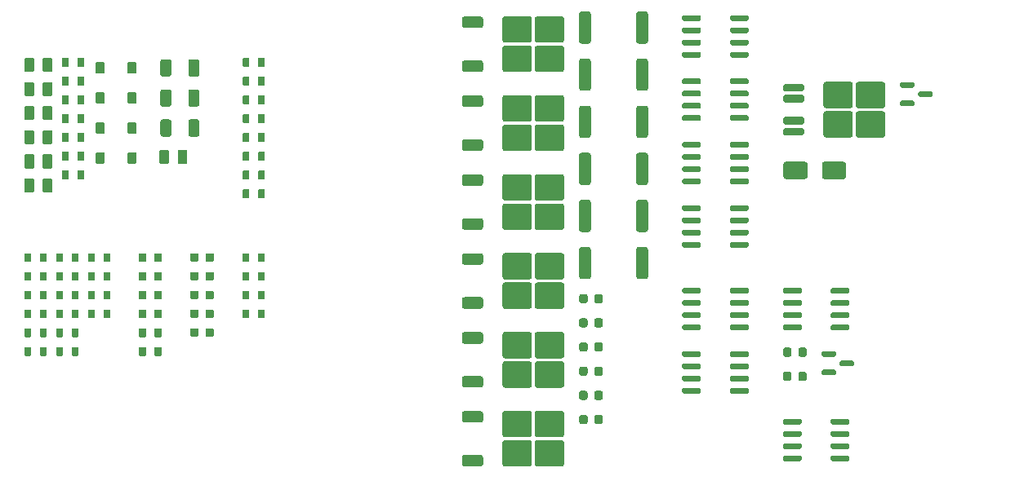
<source format=gtp>
G04 #@! TF.GenerationSoftware,KiCad,Pcbnew,8.0.9-8.0.9-0~ubuntu24.04.1*
G04 #@! TF.CreationDate,2025-12-21T13:30:01+00:00*
G04 #@! TF.ProjectId,greenenergyecu,67726565-6e65-46e6-9572-67796563752e,d*
G04 #@! TF.SameCoordinates,PX2b953a0PY6943058*
G04 #@! TF.FileFunction,Paste,Top*
G04 #@! TF.FilePolarity,Positive*
%FSLAX46Y46*%
G04 Gerber Fmt 4.6, Leading zero omitted, Abs format (unit mm)*
G04 Created by KiCad (PCBNEW 8.0.9-8.0.9-0~ubuntu24.04.1) date 2025-12-21 13:30:01*
%MOMM*%
%LPD*%
G01*
G04 APERTURE LIST*
%ADD10O,0.000001X0.000001*%
G04 APERTURE END LIST*
G04 #@! TO.C,R43*
G36*
G01*
X16020000Y40485000D02*
X16020000Y41265000D01*
G75*
G02*
X16090000Y41335000I70000J0D01*
G01*
X16650000Y41335000D01*
G75*
G02*
X16720000Y41265000I0J-70000D01*
G01*
X16720000Y40485000D01*
G75*
G02*
X16650000Y40415000I-70000J0D01*
G01*
X16090000Y40415000D01*
G75*
G02*
X16020000Y40485000I0J70000D01*
G01*
G37*
G36*
G01*
X17620000Y40485000D02*
X17620000Y41265000D01*
G75*
G02*
X17690000Y41335000I70000J0D01*
G01*
X18250000Y41335000D01*
G75*
G02*
X18320000Y41265000I0J-70000D01*
G01*
X18320000Y40485000D01*
G75*
G02*
X18250000Y40415000I-70000J0D01*
G01*
X17690000Y40415000D01*
G75*
G02*
X17620000Y40485000I0J70000D01*
G01*
G37*
G04 #@! TD*
G04 #@! TO.C,L2*
G36*
G01*
X91380000Y34133750D02*
X91380000Y34646250D01*
G75*
G02*
X91598750Y34865000I218750J0D01*
G01*
X92036250Y34865000D01*
G75*
G02*
X92255000Y34646250I0J-218750D01*
G01*
X92255000Y34133750D01*
G75*
G02*
X92036250Y33915000I-218750J0D01*
G01*
X91598750Y33915000D01*
G75*
G02*
X91380000Y34133750I0J218750D01*
G01*
G37*
G36*
G01*
X92955000Y34133750D02*
X92955000Y34646250D01*
G75*
G02*
X93173750Y34865000I218750J0D01*
G01*
X93611250Y34865000D01*
G75*
G02*
X93830000Y34646250I0J-218750D01*
G01*
X93830000Y34133750D01*
G75*
G02*
X93611250Y33915000I-218750J0D01*
G01*
X93173750Y33915000D01*
G75*
G02*
X92955000Y34133750I0J218750D01*
G01*
G37*
G04 #@! TD*
D10*
G04 #@! TO.C,M7*
X113825002Y24713329D03*
G04 #@! TD*
G04 #@! TO.C,R45*
G36*
G01*
X16020000Y36586908D02*
X16020000Y37366908D01*
G75*
G02*
X16090000Y37436908I70000J0D01*
G01*
X16650000Y37436908D01*
G75*
G02*
X16720000Y37366908I0J-70000D01*
G01*
X16720000Y36586908D01*
G75*
G02*
X16650000Y36516908I-70000J0D01*
G01*
X16090000Y36516908D01*
G75*
G02*
X16020000Y36586908I0J70000D01*
G01*
G37*
G36*
G01*
X17620000Y36586908D02*
X17620000Y37366908D01*
G75*
G02*
X17690000Y37436908I70000J0D01*
G01*
X18250000Y37436908D01*
G75*
G02*
X18320000Y37366908I0J-70000D01*
G01*
X18320000Y36586908D01*
G75*
G02*
X18250000Y36516908I-70000J0D01*
G01*
X17690000Y36516908D01*
G75*
G02*
X17620000Y36586908I0J70000D01*
G01*
G37*
G04 #@! TD*
G04 #@! TO.C,F5*
G36*
G01*
X70240000Y39693750D02*
X70240000Y40206250D01*
G75*
G02*
X70458750Y40425000I218750J0D01*
G01*
X70896250Y40425000D01*
G75*
G02*
X71115000Y40206250I0J-218750D01*
G01*
X71115000Y39693750D01*
G75*
G02*
X70896250Y39475000I-218750J0D01*
G01*
X70458750Y39475000D01*
G75*
G02*
X70240000Y39693750I0J218750D01*
G01*
G37*
G36*
G01*
X71815000Y39693750D02*
X71815000Y40206250D01*
G75*
G02*
X72033750Y40425000I218750J0D01*
G01*
X72471250Y40425000D01*
G75*
G02*
X72690000Y40206250I0J-218750D01*
G01*
X72690000Y39693750D01*
G75*
G02*
X72471250Y39475000I-218750J0D01*
G01*
X72033750Y39475000D01*
G75*
G02*
X71815000Y39693750I0J218750D01*
G01*
G37*
G04 #@! TD*
G04 #@! TO.C,R17*
G36*
G01*
X35350000Y60765000D02*
X35350000Y61545000D01*
G75*
G02*
X35420000Y61615000I70000J0D01*
G01*
X35980000Y61615000D01*
G75*
G02*
X36050000Y61545000I0J-70000D01*
G01*
X36050000Y60765000D01*
G75*
G02*
X35980000Y60695000I-70000J0D01*
G01*
X35420000Y60695000D01*
G75*
G02*
X35350000Y60765000I0J70000D01*
G01*
G37*
G36*
G01*
X36950000Y60765000D02*
X36950000Y61545000D01*
G75*
G02*
X37020000Y61615000I70000J0D01*
G01*
X37580000Y61615000D01*
G75*
G02*
X37650000Y61545000I0J-70000D01*
G01*
X37650000Y60765000D01*
G75*
G02*
X37580000Y60695000I-70000J0D01*
G01*
X37020000Y60695000D01*
G75*
G02*
X36950000Y60765000I0J70000D01*
G01*
G37*
G04 #@! TD*
G04 #@! TO.C,R15*
G36*
G01*
X16620000Y56866908D02*
X16620000Y57646908D01*
G75*
G02*
X16690000Y57716908I70000J0D01*
G01*
X17250000Y57716908D01*
G75*
G02*
X17320000Y57646908I0J-70000D01*
G01*
X17320000Y56866908D01*
G75*
G02*
X17250000Y56796908I-70000J0D01*
G01*
X16690000Y56796908D01*
G75*
G02*
X16620000Y56866908I0J70000D01*
G01*
G37*
G36*
G01*
X18220000Y56866908D02*
X18220000Y57646908D01*
G75*
G02*
X18290000Y57716908I70000J0D01*
G01*
X18850000Y57716908D01*
G75*
G02*
X18920000Y57646908I0J-70000D01*
G01*
X18920000Y56866908D01*
G75*
G02*
X18850000Y56796908I-70000J0D01*
G01*
X18290000Y56796908D01*
G75*
G02*
X18220000Y56866908I0J70000D01*
G01*
G37*
G04 #@! TD*
G04 #@! TO.C,F2*
G36*
G01*
X27734990Y62398733D02*
X27044990Y62398733D01*
G75*
G02*
X26814990Y62628733I0J230000D01*
G01*
X26814990Y63968733D01*
G75*
G02*
X27044990Y64198733I230000J0D01*
G01*
X27734990Y64198733D01*
G75*
G02*
X27964990Y63968733I0J-230000D01*
G01*
X27964990Y62628733D01*
G75*
G02*
X27734990Y62398733I-230000J0D01*
G01*
G37*
G36*
G01*
X30635010Y62398733D02*
X29945010Y62398733D01*
G75*
G02*
X29715010Y62628733I0J230000D01*
G01*
X29715010Y63968733D01*
G75*
G02*
X29945010Y64198733I230000J0D01*
G01*
X30635010Y64198733D01*
G75*
G02*
X30865010Y63968733I0J-230000D01*
G01*
X30865010Y62628733D01*
G75*
G02*
X30635010Y62398733I-230000J0D01*
G01*
G37*
G04 #@! TD*
G04 #@! TO.C,Q4*
G36*
G01*
X58085000Y46230000D02*
X58085000Y46930000D01*
G75*
G02*
X58335000Y47180000I250000J0D01*
G01*
X60035000Y47180000D01*
G75*
G02*
X60285000Y46930000I0J-250000D01*
G01*
X60285000Y46230000D01*
G75*
G02*
X60035000Y45980000I-250000J0D01*
G01*
X58335000Y45980000D01*
G75*
G02*
X58085000Y46230000I0J250000D01*
G01*
G37*
G36*
G01*
X62285000Y44700000D02*
X62285000Y46950000D01*
G75*
G02*
X62535000Y47200000I250000J0D01*
G01*
X65085000Y47200000D01*
G75*
G02*
X65335000Y46950000I0J-250000D01*
G01*
X65335000Y44700000D01*
G75*
G02*
X65085000Y44450000I-250000J0D01*
G01*
X62535000Y44450000D01*
G75*
G02*
X62285000Y44700000I0J250000D01*
G01*
G37*
G36*
G01*
X62285000Y41650000D02*
X62285000Y43900000D01*
G75*
G02*
X62535000Y44150000I250000J0D01*
G01*
X65085000Y44150000D01*
G75*
G02*
X65335000Y43900000I0J-250000D01*
G01*
X65335000Y41650000D01*
G75*
G02*
X65085000Y41400000I-250000J0D01*
G01*
X62535000Y41400000D01*
G75*
G02*
X62285000Y41650000I0J250000D01*
G01*
G37*
G36*
G01*
X65635000Y44700000D02*
X65635000Y46950000D01*
G75*
G02*
X65885000Y47200000I250000J0D01*
G01*
X68435000Y47200000D01*
G75*
G02*
X68685000Y46950000I0J-250000D01*
G01*
X68685000Y44700000D01*
G75*
G02*
X68435000Y44450000I-250000J0D01*
G01*
X65885000Y44450000D01*
G75*
G02*
X65635000Y44700000I0J250000D01*
G01*
G37*
G36*
G01*
X65635000Y41650000D02*
X65635000Y43900000D01*
G75*
G02*
X65885000Y44150000I250000J0D01*
G01*
X68435000Y44150000D01*
G75*
G02*
X68685000Y43900000I0J-250000D01*
G01*
X68685000Y41650000D01*
G75*
G02*
X68435000Y41400000I-250000J0D01*
G01*
X65885000Y41400000D01*
G75*
G02*
X65635000Y41650000I0J250000D01*
G01*
G37*
G36*
G01*
X58085000Y41670000D02*
X58085000Y42370000D01*
G75*
G02*
X58335000Y42620000I250000J0D01*
G01*
X60035000Y42620000D01*
G75*
G02*
X60285000Y42370000I0J-250000D01*
G01*
X60285000Y41670000D01*
G75*
G02*
X60035000Y41420000I-250000J0D01*
G01*
X58335000Y41420000D01*
G75*
G02*
X58085000Y41670000I0J250000D01*
G01*
G37*
G04 #@! TD*
G04 #@! TO.C,R40*
G36*
G01*
X16020000Y46332138D02*
X16020000Y47112138D01*
G75*
G02*
X16090000Y47182138I70000J0D01*
G01*
X16650000Y47182138D01*
G75*
G02*
X16720000Y47112138I0J-70000D01*
G01*
X16720000Y46332138D01*
G75*
G02*
X16650000Y46262138I-70000J0D01*
G01*
X16090000Y46262138D01*
G75*
G02*
X16020000Y46332138I0J70000D01*
G01*
G37*
G36*
G01*
X17620000Y46332138D02*
X17620000Y47112138D01*
G75*
G02*
X17690000Y47182138I70000J0D01*
G01*
X18250000Y47182138D01*
G75*
G02*
X18320000Y47112138I0J-70000D01*
G01*
X18320000Y46332138D01*
G75*
G02*
X18250000Y46262138I-70000J0D01*
G01*
X17690000Y46262138D01*
G75*
G02*
X17620000Y46332138I0J70000D01*
G01*
G37*
G04 #@! TD*
G04 #@! TO.C,R11*
G36*
G01*
X12720000Y56092020D02*
X12720000Y57342020D01*
G75*
G02*
X12820000Y57442020I100000J0D01*
G01*
X13620000Y57442020D01*
G75*
G02*
X13720000Y57342020I0J-100000D01*
G01*
X13720000Y56092020D01*
G75*
G02*
X13620000Y55992020I-100000J0D01*
G01*
X12820000Y55992020D01*
G75*
G02*
X12720000Y56092020I0J100000D01*
G01*
G37*
G36*
G01*
X14620022Y56092020D02*
X14620022Y57342020D01*
G75*
G02*
X14720022Y57442020I100000J0D01*
G01*
X15520022Y57442020D01*
G75*
G02*
X15620022Y57342020I0J-100000D01*
G01*
X15620022Y56092020D01*
G75*
G02*
X15520022Y55992020I-100000J0D01*
G01*
X14720022Y55992020D01*
G75*
G02*
X14620022Y56092020I0J100000D01*
G01*
G37*
G04 #@! TD*
G04 #@! TO.C,L1*
G36*
G01*
X91380000Y36643750D02*
X91380000Y37156250D01*
G75*
G02*
X91598750Y37375000I218750J0D01*
G01*
X92036250Y37375000D01*
G75*
G02*
X92255000Y37156250I0J-218750D01*
G01*
X92255000Y36643750D01*
G75*
G02*
X92036250Y36425000I-218750J0D01*
G01*
X91598750Y36425000D01*
G75*
G02*
X91380000Y36643750I0J218750D01*
G01*
G37*
G36*
G01*
X92955000Y36643750D02*
X92955000Y37156250D01*
G75*
G02*
X93173750Y37375000I218750J0D01*
G01*
X93611250Y37375000D01*
G75*
G02*
X93830000Y37156250I0J-218750D01*
G01*
X93830000Y36643750D01*
G75*
G02*
X93611250Y36425000I-218750J0D01*
G01*
X93173750Y36425000D01*
G75*
G02*
X92955000Y36643750I0J218750D01*
G01*
G37*
G04 #@! TD*
G04 #@! TO.C,F1*
G36*
G01*
X27734990Y65518733D02*
X27044990Y65518733D01*
G75*
G02*
X26814990Y65748733I0J230000D01*
G01*
X26814990Y67088733D01*
G75*
G02*
X27044990Y67318733I230000J0D01*
G01*
X27734990Y67318733D01*
G75*
G02*
X27964990Y67088733I0J-230000D01*
G01*
X27964990Y65748733D01*
G75*
G02*
X27734990Y65518733I-230000J0D01*
G01*
G37*
G36*
G01*
X30635010Y65518733D02*
X29945010Y65518733D01*
G75*
G02*
X29715010Y65748733I0J230000D01*
G01*
X29715010Y67088733D01*
G75*
G02*
X29945010Y67318733I230000J0D01*
G01*
X30635010Y67318733D01*
G75*
G02*
X30865010Y67088733I0J-230000D01*
G01*
X30865010Y65748733D01*
G75*
G02*
X30635010Y65518733I-230000J0D01*
G01*
G37*
G04 #@! TD*
G04 #@! TO.C,R42*
G36*
G01*
X16020000Y42434046D02*
X16020000Y43214046D01*
G75*
G02*
X16090000Y43284046I70000J0D01*
G01*
X16650000Y43284046D01*
G75*
G02*
X16720000Y43214046I0J-70000D01*
G01*
X16720000Y42434046D01*
G75*
G02*
X16650000Y42364046I-70000J0D01*
G01*
X16090000Y42364046D01*
G75*
G02*
X16020000Y42434046I0J70000D01*
G01*
G37*
G36*
G01*
X17620000Y42434046D02*
X17620000Y43214046D01*
G75*
G02*
X17690000Y43284046I70000J0D01*
G01*
X18250000Y43284046D01*
G75*
G02*
X18320000Y43214046I0J-70000D01*
G01*
X18320000Y42434046D01*
G75*
G02*
X18250000Y42364046I-70000J0D01*
G01*
X17690000Y42364046D01*
G75*
G02*
X17620000Y42434046I0J70000D01*
G01*
G37*
G04 #@! TD*
G04 #@! TO.C,Q1*
G36*
G01*
X58085000Y70815000D02*
X58085000Y71515000D01*
G75*
G02*
X58335000Y71765000I250000J0D01*
G01*
X60035000Y71765000D01*
G75*
G02*
X60285000Y71515000I0J-250000D01*
G01*
X60285000Y70815000D01*
G75*
G02*
X60035000Y70565000I-250000J0D01*
G01*
X58335000Y70565000D01*
G75*
G02*
X58085000Y70815000I0J250000D01*
G01*
G37*
G36*
G01*
X62285000Y69285000D02*
X62285000Y71535000D01*
G75*
G02*
X62535000Y71785000I250000J0D01*
G01*
X65085000Y71785000D01*
G75*
G02*
X65335000Y71535000I0J-250000D01*
G01*
X65335000Y69285000D01*
G75*
G02*
X65085000Y69035000I-250000J0D01*
G01*
X62535000Y69035000D01*
G75*
G02*
X62285000Y69285000I0J250000D01*
G01*
G37*
G36*
G01*
X62285000Y66235000D02*
X62285000Y68485000D01*
G75*
G02*
X62535000Y68735000I250000J0D01*
G01*
X65085000Y68735000D01*
G75*
G02*
X65335000Y68485000I0J-250000D01*
G01*
X65335000Y66235000D01*
G75*
G02*
X65085000Y65985000I-250000J0D01*
G01*
X62535000Y65985000D01*
G75*
G02*
X62285000Y66235000I0J250000D01*
G01*
G37*
G36*
G01*
X65635000Y69285000D02*
X65635000Y71535000D01*
G75*
G02*
X65885000Y71785000I250000J0D01*
G01*
X68435000Y71785000D01*
G75*
G02*
X68685000Y71535000I0J-250000D01*
G01*
X68685000Y69285000D01*
G75*
G02*
X68435000Y69035000I-250000J0D01*
G01*
X65885000Y69035000D01*
G75*
G02*
X65635000Y69285000I0J250000D01*
G01*
G37*
G36*
G01*
X65635000Y66235000D02*
X65635000Y68485000D01*
G75*
G02*
X65885000Y68735000I250000J0D01*
G01*
X68435000Y68735000D01*
G75*
G02*
X68685000Y68485000I0J-250000D01*
G01*
X68685000Y66235000D01*
G75*
G02*
X68435000Y65985000I-250000J0D01*
G01*
X65885000Y65985000D01*
G75*
G02*
X65635000Y66235000I0J250000D01*
G01*
G37*
G36*
G01*
X58085000Y66255000D02*
X58085000Y66955000D01*
G75*
G02*
X58335000Y67205000I250000J0D01*
G01*
X60035000Y67205000D01*
G75*
G02*
X60285000Y66955000I0J-250000D01*
G01*
X60285000Y66255000D01*
G75*
G02*
X60035000Y66005000I-250000J0D01*
G01*
X58335000Y66005000D01*
G75*
G02*
X58085000Y66255000I0J250000D01*
G01*
G37*
G04 #@! TD*
G04 #@! TO.C,U2*
G36*
G01*
X80925000Y36555000D02*
X80925000Y36855000D01*
G75*
G02*
X81075000Y37005000I150000J0D01*
G01*
X82725000Y37005000D01*
G75*
G02*
X82875000Y36855000I0J-150000D01*
G01*
X82875000Y36555000D01*
G75*
G02*
X82725000Y36405000I-150000J0D01*
G01*
X81075000Y36405000D01*
G75*
G02*
X80925000Y36555000I0J150000D01*
G01*
G37*
G36*
G01*
X80925000Y35285000D02*
X80925000Y35585000D01*
G75*
G02*
X81075000Y35735000I150000J0D01*
G01*
X82725000Y35735000D01*
G75*
G02*
X82875000Y35585000I0J-150000D01*
G01*
X82875000Y35285000D01*
G75*
G02*
X82725000Y35135000I-150000J0D01*
G01*
X81075000Y35135000D01*
G75*
G02*
X80925000Y35285000I0J150000D01*
G01*
G37*
G36*
G01*
X80925000Y34015000D02*
X80925000Y34315000D01*
G75*
G02*
X81075000Y34465000I150000J0D01*
G01*
X82725000Y34465000D01*
G75*
G02*
X82875000Y34315000I0J-150000D01*
G01*
X82875000Y34015000D01*
G75*
G02*
X82725000Y33865000I-150000J0D01*
G01*
X81075000Y33865000D01*
G75*
G02*
X80925000Y34015000I0J150000D01*
G01*
G37*
G36*
G01*
X80925000Y32745000D02*
X80925000Y33045000D01*
G75*
G02*
X81075000Y33195000I150000J0D01*
G01*
X82725000Y33195000D01*
G75*
G02*
X82875000Y33045000I0J-150000D01*
G01*
X82875000Y32745000D01*
G75*
G02*
X82725000Y32595000I-150000J0D01*
G01*
X81075000Y32595000D01*
G75*
G02*
X80925000Y32745000I0J150000D01*
G01*
G37*
G36*
G01*
X85875000Y32745000D02*
X85875000Y33045000D01*
G75*
G02*
X86025000Y33195000I150000J0D01*
G01*
X87675000Y33195000D01*
G75*
G02*
X87825000Y33045000I0J-150000D01*
G01*
X87825000Y32745000D01*
G75*
G02*
X87675000Y32595000I-150000J0D01*
G01*
X86025000Y32595000D01*
G75*
G02*
X85875000Y32745000I0J150000D01*
G01*
G37*
G36*
G01*
X85875000Y34015000D02*
X85875000Y34315000D01*
G75*
G02*
X86025000Y34465000I150000J0D01*
G01*
X87675000Y34465000D01*
G75*
G02*
X87825000Y34315000I0J-150000D01*
G01*
X87825000Y34015000D01*
G75*
G02*
X87675000Y33865000I-150000J0D01*
G01*
X86025000Y33865000D01*
G75*
G02*
X85875000Y34015000I0J150000D01*
G01*
G37*
G36*
G01*
X85875000Y35285000D02*
X85875000Y35585000D01*
G75*
G02*
X86025000Y35735000I150000J0D01*
G01*
X87675000Y35735000D01*
G75*
G02*
X87825000Y35585000I0J-150000D01*
G01*
X87825000Y35285000D01*
G75*
G02*
X87675000Y35135000I-150000J0D01*
G01*
X86025000Y35135000D01*
G75*
G02*
X85875000Y35285000I0J150000D01*
G01*
G37*
G36*
G01*
X85875000Y36555000D02*
X85875000Y36855000D01*
G75*
G02*
X86025000Y37005000I150000J0D01*
G01*
X87675000Y37005000D01*
G75*
G02*
X87825000Y36855000I0J-150000D01*
G01*
X87825000Y36555000D01*
G75*
G02*
X87675000Y36405000I-150000J0D01*
G01*
X86025000Y36405000D01*
G75*
G02*
X85875000Y36555000I0J150000D01*
G01*
G37*
G04 #@! TD*
G04 #@! TO.C,R52*
G36*
G01*
X35350000Y42434046D02*
X35350000Y43214046D01*
G75*
G02*
X35420000Y43284046I70000J0D01*
G01*
X35980000Y43284046D01*
G75*
G02*
X36050000Y43214046I0J-70000D01*
G01*
X36050000Y42434046D01*
G75*
G02*
X35980000Y42364046I-70000J0D01*
G01*
X35420000Y42364046D01*
G75*
G02*
X35350000Y42434046I0J70000D01*
G01*
G37*
G36*
G01*
X36950000Y42434046D02*
X36950000Y43214046D01*
G75*
G02*
X37020000Y43284046I70000J0D01*
G01*
X37580000Y43284046D01*
G75*
G02*
X37650000Y43214046I0J-70000D01*
G01*
X37650000Y42434046D01*
G75*
G02*
X37580000Y42364046I-70000J0D01*
G01*
X37020000Y42364046D01*
G75*
G02*
X36950000Y42434046I0J70000D01*
G01*
G37*
G04 #@! TD*
G04 #@! TO.C,Q7*
G36*
G01*
X103520000Y64505000D02*
X103520000Y64805000D01*
G75*
G02*
X103670000Y64955000I150000J0D01*
G01*
X104845000Y64955000D01*
G75*
G02*
X104995000Y64805000I0J-150000D01*
G01*
X104995000Y64505000D01*
G75*
G02*
X104845000Y64355000I-150000J0D01*
G01*
X103670000Y64355000D01*
G75*
G02*
X103520000Y64505000I0J150000D01*
G01*
G37*
G36*
G01*
X103520000Y62605000D02*
X103520000Y62905000D01*
G75*
G02*
X103670000Y63055000I150000J0D01*
G01*
X104845000Y63055000D01*
G75*
G02*
X104995000Y62905000I0J-150000D01*
G01*
X104995000Y62605000D01*
G75*
G02*
X104845000Y62455000I-150000J0D01*
G01*
X103670000Y62455000D01*
G75*
G02*
X103520000Y62605000I0J150000D01*
G01*
G37*
G36*
G01*
X105395000Y63555000D02*
X105395000Y63855000D01*
G75*
G02*
X105545000Y64005000I150000J0D01*
G01*
X106720000Y64005000D01*
G75*
G02*
X106870000Y63855000I0J-150000D01*
G01*
X106870000Y63555000D01*
G75*
G02*
X106720000Y63405000I-150000J0D01*
G01*
X105545000Y63405000D01*
G75*
G02*
X105395000Y63555000I0J150000D01*
G01*
G37*
G04 #@! TD*
G04 #@! TO.C,R8*
G36*
G01*
X12720000Y63600804D02*
X12720000Y64850804D01*
G75*
G02*
X12820000Y64950804I100000J0D01*
G01*
X13620000Y64950804D01*
G75*
G02*
X13720000Y64850804I0J-100000D01*
G01*
X13720000Y63600804D01*
G75*
G02*
X13620000Y63500804I-100000J0D01*
G01*
X12820000Y63500804D01*
G75*
G02*
X12720000Y63600804I0J100000D01*
G01*
G37*
G36*
G01*
X14620022Y63600804D02*
X14620022Y64850804D01*
G75*
G02*
X14720022Y64950804I100000J0D01*
G01*
X15520022Y64950804D01*
G75*
G02*
X15620022Y64850804I0J-100000D01*
G01*
X15620022Y63600804D01*
G75*
G02*
X15520022Y63500804I-100000J0D01*
G01*
X14720022Y63500804D01*
G75*
G02*
X14620022Y63600804I0J100000D01*
G01*
G37*
G04 #@! TD*
G04 #@! TO.C,R2*
G36*
G01*
X16620000Y64663092D02*
X16620000Y65443092D01*
G75*
G02*
X16690000Y65513092I70000J0D01*
G01*
X17250000Y65513092D01*
G75*
G02*
X17320000Y65443092I0J-70000D01*
G01*
X17320000Y64663092D01*
G75*
G02*
X17250000Y64593092I-70000J0D01*
G01*
X16690000Y64593092D01*
G75*
G02*
X16620000Y64663092I0J70000D01*
G01*
G37*
G36*
G01*
X18220000Y64663092D02*
X18220000Y65443092D01*
G75*
G02*
X18290000Y65513092I70000J0D01*
G01*
X18850000Y65513092D01*
G75*
G02*
X18920000Y65443092I0J-70000D01*
G01*
X18920000Y64663092D01*
G75*
G02*
X18850000Y64593092I-70000J0D01*
G01*
X18290000Y64593092D01*
G75*
G02*
X18220000Y64663092I0J70000D01*
G01*
G37*
G04 #@! TD*
G04 #@! TO.C,U3*
G36*
G01*
X80925000Y71455000D02*
X80925000Y71755000D01*
G75*
G02*
X81075000Y71905000I150000J0D01*
G01*
X82725000Y71905000D01*
G75*
G02*
X82875000Y71755000I0J-150000D01*
G01*
X82875000Y71455000D01*
G75*
G02*
X82725000Y71305000I-150000J0D01*
G01*
X81075000Y71305000D01*
G75*
G02*
X80925000Y71455000I0J150000D01*
G01*
G37*
G36*
G01*
X80925000Y70185000D02*
X80925000Y70485000D01*
G75*
G02*
X81075000Y70635000I150000J0D01*
G01*
X82725000Y70635000D01*
G75*
G02*
X82875000Y70485000I0J-150000D01*
G01*
X82875000Y70185000D01*
G75*
G02*
X82725000Y70035000I-150000J0D01*
G01*
X81075000Y70035000D01*
G75*
G02*
X80925000Y70185000I0J150000D01*
G01*
G37*
G36*
G01*
X80925000Y68915000D02*
X80925000Y69215000D01*
G75*
G02*
X81075000Y69365000I150000J0D01*
G01*
X82725000Y69365000D01*
G75*
G02*
X82875000Y69215000I0J-150000D01*
G01*
X82875000Y68915000D01*
G75*
G02*
X82725000Y68765000I-150000J0D01*
G01*
X81075000Y68765000D01*
G75*
G02*
X80925000Y68915000I0J150000D01*
G01*
G37*
G36*
G01*
X80925000Y67645000D02*
X80925000Y67945000D01*
G75*
G02*
X81075000Y68095000I150000J0D01*
G01*
X82725000Y68095000D01*
G75*
G02*
X82875000Y67945000I0J-150000D01*
G01*
X82875000Y67645000D01*
G75*
G02*
X82725000Y67495000I-150000J0D01*
G01*
X81075000Y67495000D01*
G75*
G02*
X80925000Y67645000I0J150000D01*
G01*
G37*
G36*
G01*
X85875000Y67645000D02*
X85875000Y67945000D01*
G75*
G02*
X86025000Y68095000I150000J0D01*
G01*
X87675000Y68095000D01*
G75*
G02*
X87825000Y67945000I0J-150000D01*
G01*
X87825000Y67645000D01*
G75*
G02*
X87675000Y67495000I-150000J0D01*
G01*
X86025000Y67495000D01*
G75*
G02*
X85875000Y67645000I0J150000D01*
G01*
G37*
G36*
G01*
X85875000Y68915000D02*
X85875000Y69215000D01*
G75*
G02*
X86025000Y69365000I150000J0D01*
G01*
X87675000Y69365000D01*
G75*
G02*
X87825000Y69215000I0J-150000D01*
G01*
X87825000Y68915000D01*
G75*
G02*
X87675000Y68765000I-150000J0D01*
G01*
X86025000Y68765000D01*
G75*
G02*
X85875000Y68915000I0J150000D01*
G01*
G37*
G36*
G01*
X85875000Y70185000D02*
X85875000Y70485000D01*
G75*
G02*
X86025000Y70635000I150000J0D01*
G01*
X87675000Y70635000D01*
G75*
G02*
X87825000Y70485000I0J-150000D01*
G01*
X87825000Y70185000D01*
G75*
G02*
X87675000Y70035000I-150000J0D01*
G01*
X86025000Y70035000D01*
G75*
G02*
X85875000Y70185000I0J150000D01*
G01*
G37*
G36*
G01*
X85875000Y71455000D02*
X85875000Y71755000D01*
G75*
G02*
X86025000Y71905000I150000J0D01*
G01*
X87675000Y71905000D01*
G75*
G02*
X87825000Y71755000I0J-150000D01*
G01*
X87825000Y71455000D01*
G75*
G02*
X87675000Y71305000I-150000J0D01*
G01*
X86025000Y71305000D01*
G75*
G02*
X85875000Y71455000I0J150000D01*
G01*
G37*
G04 #@! TD*
G04 #@! TO.C,U7*
G36*
G01*
X91375000Y29535000D02*
X91375000Y29835000D01*
G75*
G02*
X91525000Y29985000I150000J0D01*
G01*
X93175000Y29985000D01*
G75*
G02*
X93325000Y29835000I0J-150000D01*
G01*
X93325000Y29535000D01*
G75*
G02*
X93175000Y29385000I-150000J0D01*
G01*
X91525000Y29385000D01*
G75*
G02*
X91375000Y29535000I0J150000D01*
G01*
G37*
G36*
G01*
X91375000Y28265000D02*
X91375000Y28565000D01*
G75*
G02*
X91525000Y28715000I150000J0D01*
G01*
X93175000Y28715000D01*
G75*
G02*
X93325000Y28565000I0J-150000D01*
G01*
X93325000Y28265000D01*
G75*
G02*
X93175000Y28115000I-150000J0D01*
G01*
X91525000Y28115000D01*
G75*
G02*
X91375000Y28265000I0J150000D01*
G01*
G37*
G36*
G01*
X91375000Y26995000D02*
X91375000Y27295000D01*
G75*
G02*
X91525000Y27445000I150000J0D01*
G01*
X93175000Y27445000D01*
G75*
G02*
X93325000Y27295000I0J-150000D01*
G01*
X93325000Y26995000D01*
G75*
G02*
X93175000Y26845000I-150000J0D01*
G01*
X91525000Y26845000D01*
G75*
G02*
X91375000Y26995000I0J150000D01*
G01*
G37*
G36*
G01*
X91375000Y25725000D02*
X91375000Y26025000D01*
G75*
G02*
X91525000Y26175000I150000J0D01*
G01*
X93175000Y26175000D01*
G75*
G02*
X93325000Y26025000I0J-150000D01*
G01*
X93325000Y25725000D01*
G75*
G02*
X93175000Y25575000I-150000J0D01*
G01*
X91525000Y25575000D01*
G75*
G02*
X91375000Y25725000I0J150000D01*
G01*
G37*
G36*
G01*
X96325000Y25725000D02*
X96325000Y26025000D01*
G75*
G02*
X96475000Y26175000I150000J0D01*
G01*
X98125000Y26175000D01*
G75*
G02*
X98275000Y26025000I0J-150000D01*
G01*
X98275000Y25725000D01*
G75*
G02*
X98125000Y25575000I-150000J0D01*
G01*
X96475000Y25575000D01*
G75*
G02*
X96325000Y25725000I0J150000D01*
G01*
G37*
G36*
G01*
X96325000Y26995000D02*
X96325000Y27295000D01*
G75*
G02*
X96475000Y27445000I150000J0D01*
G01*
X98125000Y27445000D01*
G75*
G02*
X98275000Y27295000I0J-150000D01*
G01*
X98275000Y26995000D01*
G75*
G02*
X98125000Y26845000I-150000J0D01*
G01*
X96475000Y26845000D01*
G75*
G02*
X96325000Y26995000I0J150000D01*
G01*
G37*
G36*
G01*
X96325000Y28265000D02*
X96325000Y28565000D01*
G75*
G02*
X96475000Y28715000I150000J0D01*
G01*
X98125000Y28715000D01*
G75*
G02*
X98275000Y28565000I0J-150000D01*
G01*
X98275000Y28265000D01*
G75*
G02*
X98125000Y28115000I-150000J0D01*
G01*
X96475000Y28115000D01*
G75*
G02*
X96325000Y28265000I0J150000D01*
G01*
G37*
G36*
G01*
X96325000Y29535000D02*
X96325000Y29835000D01*
G75*
G02*
X96475000Y29985000I150000J0D01*
G01*
X98125000Y29985000D01*
G75*
G02*
X98275000Y29835000I0J-150000D01*
G01*
X98275000Y29535000D01*
G75*
G02*
X98125000Y29385000I-150000J0D01*
G01*
X96475000Y29385000D01*
G75*
G02*
X96325000Y29535000I0J150000D01*
G01*
G37*
G04 #@! TD*
G04 #@! TO.C,D4*
G36*
G01*
X20130000Y56548733D02*
X20130000Y57568733D01*
G75*
G02*
X20220000Y57658733I90000J0D01*
G01*
X20940000Y57658733D01*
G75*
G02*
X21030000Y57568733I0J-90000D01*
G01*
X21030000Y56548733D01*
G75*
G02*
X20940000Y56458733I-90000J0D01*
G01*
X20220000Y56458733D01*
G75*
G02*
X20130000Y56548733I0J90000D01*
G01*
G37*
G36*
G01*
X23430000Y56548733D02*
X23430000Y57568733D01*
G75*
G02*
X23520000Y57658733I90000J0D01*
G01*
X24240000Y57658733D01*
G75*
G02*
X24330000Y57568733I0J-90000D01*
G01*
X24330000Y56548733D01*
G75*
G02*
X24240000Y56458733I-90000J0D01*
G01*
X23520000Y56458733D01*
G75*
G02*
X23430000Y56548733I0J90000D01*
G01*
G37*
G04 #@! TD*
G04 #@! TO.C,U4*
G36*
G01*
X80925000Y64875000D02*
X80925000Y65175000D01*
G75*
G02*
X81075000Y65325000I150000J0D01*
G01*
X82725000Y65325000D01*
G75*
G02*
X82875000Y65175000I0J-150000D01*
G01*
X82875000Y64875000D01*
G75*
G02*
X82725000Y64725000I-150000J0D01*
G01*
X81075000Y64725000D01*
G75*
G02*
X80925000Y64875000I0J150000D01*
G01*
G37*
G36*
G01*
X80925000Y63605000D02*
X80925000Y63905000D01*
G75*
G02*
X81075000Y64055000I150000J0D01*
G01*
X82725000Y64055000D01*
G75*
G02*
X82875000Y63905000I0J-150000D01*
G01*
X82875000Y63605000D01*
G75*
G02*
X82725000Y63455000I-150000J0D01*
G01*
X81075000Y63455000D01*
G75*
G02*
X80925000Y63605000I0J150000D01*
G01*
G37*
G36*
G01*
X80925000Y62335000D02*
X80925000Y62635000D01*
G75*
G02*
X81075000Y62785000I150000J0D01*
G01*
X82725000Y62785000D01*
G75*
G02*
X82875000Y62635000I0J-150000D01*
G01*
X82875000Y62335000D01*
G75*
G02*
X82725000Y62185000I-150000J0D01*
G01*
X81075000Y62185000D01*
G75*
G02*
X80925000Y62335000I0J150000D01*
G01*
G37*
G36*
G01*
X80925000Y61065000D02*
X80925000Y61365000D01*
G75*
G02*
X81075000Y61515000I150000J0D01*
G01*
X82725000Y61515000D01*
G75*
G02*
X82875000Y61365000I0J-150000D01*
G01*
X82875000Y61065000D01*
G75*
G02*
X82725000Y60915000I-150000J0D01*
G01*
X81075000Y60915000D01*
G75*
G02*
X80925000Y61065000I0J150000D01*
G01*
G37*
G36*
G01*
X85875000Y61065000D02*
X85875000Y61365000D01*
G75*
G02*
X86025000Y61515000I150000J0D01*
G01*
X87675000Y61515000D01*
G75*
G02*
X87825000Y61365000I0J-150000D01*
G01*
X87825000Y61065000D01*
G75*
G02*
X87675000Y60915000I-150000J0D01*
G01*
X86025000Y60915000D01*
G75*
G02*
X85875000Y61065000I0J150000D01*
G01*
G37*
G36*
G01*
X85875000Y62335000D02*
X85875000Y62635000D01*
G75*
G02*
X86025000Y62785000I150000J0D01*
G01*
X87675000Y62785000D01*
G75*
G02*
X87825000Y62635000I0J-150000D01*
G01*
X87825000Y62335000D01*
G75*
G02*
X87675000Y62185000I-150000J0D01*
G01*
X86025000Y62185000D01*
G75*
G02*
X85875000Y62335000I0J150000D01*
G01*
G37*
G36*
G01*
X85875000Y63605000D02*
X85875000Y63905000D01*
G75*
G02*
X86025000Y64055000I150000J0D01*
G01*
X87675000Y64055000D01*
G75*
G02*
X87825000Y63905000I0J-150000D01*
G01*
X87825000Y63605000D01*
G75*
G02*
X87675000Y63455000I-150000J0D01*
G01*
X86025000Y63455000D01*
G75*
G02*
X85875000Y63605000I0J150000D01*
G01*
G37*
G36*
G01*
X85875000Y64875000D02*
X85875000Y65175000D01*
G75*
G02*
X86025000Y65325000I150000J0D01*
G01*
X87675000Y65325000D01*
G75*
G02*
X87825000Y65175000I0J-150000D01*
G01*
X87825000Y64875000D01*
G75*
G02*
X87675000Y64725000I-150000J0D01*
G01*
X86025000Y64725000D01*
G75*
G02*
X85875000Y64875000I0J150000D01*
G01*
G37*
G04 #@! TD*
G04 #@! TO.C,R19*
G36*
G01*
X35350000Y56866908D02*
X35350000Y57646908D01*
G75*
G02*
X35420000Y57716908I70000J0D01*
G01*
X35980000Y57716908D01*
G75*
G02*
X36050000Y57646908I0J-70000D01*
G01*
X36050000Y56866908D01*
G75*
G02*
X35980000Y56796908I-70000J0D01*
G01*
X35420000Y56796908D01*
G75*
G02*
X35350000Y56866908I0J70000D01*
G01*
G37*
G36*
G01*
X36950000Y56866908D02*
X36950000Y57646908D01*
G75*
G02*
X37020000Y57716908I70000J0D01*
G01*
X37580000Y57716908D01*
G75*
G02*
X37650000Y57646908I0J-70000D01*
G01*
X37650000Y56866908D01*
G75*
G02*
X37580000Y56796908I-70000J0D01*
G01*
X37020000Y56796908D01*
G75*
G02*
X36950000Y56866908I0J70000D01*
G01*
G37*
G04 #@! TD*
G04 #@! TO.C,R21*
G36*
G01*
X35350000Y52968816D02*
X35350000Y53748816D01*
G75*
G02*
X35420000Y53818816I70000J0D01*
G01*
X35980000Y53818816D01*
G75*
G02*
X36050000Y53748816I0J-70000D01*
G01*
X36050000Y52968816D01*
G75*
G02*
X35980000Y52898816I-70000J0D01*
G01*
X35420000Y52898816D01*
G75*
G02*
X35350000Y52968816I0J70000D01*
G01*
G37*
G36*
G01*
X36950000Y52968816D02*
X36950000Y53748816D01*
G75*
G02*
X37020000Y53818816I70000J0D01*
G01*
X37580000Y53818816D01*
G75*
G02*
X37650000Y53748816I0J-70000D01*
G01*
X37650000Y52968816D01*
G75*
G02*
X37580000Y52898816I-70000J0D01*
G01*
X37020000Y52898816D01*
G75*
G02*
X36950000Y52968816I0J70000D01*
G01*
G37*
G04 #@! TD*
G04 #@! TO.C,R41*
G36*
G01*
X16020000Y44383092D02*
X16020000Y45163092D01*
G75*
G02*
X16090000Y45233092I70000J0D01*
G01*
X16650000Y45233092D01*
G75*
G02*
X16720000Y45163092I0J-70000D01*
G01*
X16720000Y44383092D01*
G75*
G02*
X16650000Y44313092I-70000J0D01*
G01*
X16090000Y44313092D01*
G75*
G02*
X16020000Y44383092I0J70000D01*
G01*
G37*
G36*
G01*
X17620000Y44383092D02*
X17620000Y45163092D01*
G75*
G02*
X17690000Y45233092I70000J0D01*
G01*
X18250000Y45233092D01*
G75*
G02*
X18320000Y45163092I0J-70000D01*
G01*
X18320000Y44383092D01*
G75*
G02*
X18250000Y44313092I-70000J0D01*
G01*
X17690000Y44313092D01*
G75*
G02*
X17620000Y44383092I0J70000D01*
G01*
G37*
G04 #@! TD*
G04 #@! TO.C,R32*
G36*
G01*
X70230000Y49625000D02*
X70230000Y52475000D01*
G75*
G02*
X70480000Y52725000I250000J0D01*
G01*
X71205000Y52725000D01*
G75*
G02*
X71455000Y52475000I0J-250000D01*
G01*
X71455000Y49625000D01*
G75*
G02*
X71205000Y49375000I-250000J0D01*
G01*
X70480000Y49375000D01*
G75*
G02*
X70230000Y49625000I0J250000D01*
G01*
G37*
G36*
G01*
X76155000Y49625000D02*
X76155000Y52475000D01*
G75*
G02*
X76405000Y52725000I250000J0D01*
G01*
X77130000Y52725000D01*
G75*
G02*
X77380000Y52475000I0J-250000D01*
G01*
X77380000Y49625000D01*
G75*
G02*
X77130000Y49375000I-250000J0D01*
G01*
X76405000Y49375000D01*
G75*
G02*
X76155000Y49625000I0J250000D01*
G01*
G37*
G04 #@! TD*
G04 #@! TO.C,R13*
G36*
G01*
X35350000Y66612138D02*
X35350000Y67392138D01*
G75*
G02*
X35420000Y67462138I70000J0D01*
G01*
X35980000Y67462138D01*
G75*
G02*
X36050000Y67392138I0J-70000D01*
G01*
X36050000Y66612138D01*
G75*
G02*
X35980000Y66542138I-70000J0D01*
G01*
X35420000Y66542138D01*
G75*
G02*
X35350000Y66612138I0J70000D01*
G01*
G37*
G36*
G01*
X36950000Y66612138D02*
X36950000Y67392138D01*
G75*
G02*
X37020000Y67462138I70000J0D01*
G01*
X37580000Y67462138D01*
G75*
G02*
X37650000Y67392138I0J-70000D01*
G01*
X37650000Y66612138D01*
G75*
G02*
X37580000Y66542138I-70000J0D01*
G01*
X37020000Y66542138D01*
G75*
G02*
X36950000Y66612138I0J70000D01*
G01*
G37*
G04 #@! TD*
G04 #@! TO.C,R18*
G36*
G01*
X35350000Y58815954D02*
X35350000Y59595954D01*
G75*
G02*
X35420000Y59665954I70000J0D01*
G01*
X35980000Y59665954D01*
G75*
G02*
X36050000Y59595954I0J-70000D01*
G01*
X36050000Y58815954D01*
G75*
G02*
X35980000Y58745954I-70000J0D01*
G01*
X35420000Y58745954D01*
G75*
G02*
X35350000Y58815954I0J70000D01*
G01*
G37*
G36*
G01*
X36950000Y58815954D02*
X36950000Y59595954D01*
G75*
G02*
X37020000Y59665954I70000J0D01*
G01*
X37580000Y59665954D01*
G75*
G02*
X37650000Y59595954I0J-70000D01*
G01*
X37650000Y58815954D01*
G75*
G02*
X37580000Y58745954I-70000J0D01*
G01*
X37020000Y58745954D01*
G75*
G02*
X36950000Y58815954I0J70000D01*
G01*
G37*
G04 #@! TD*
G04 #@! TO.C,U8*
G36*
G01*
X91375000Y43135000D02*
X91375000Y43435000D01*
G75*
G02*
X91525000Y43585000I150000J0D01*
G01*
X93175000Y43585000D01*
G75*
G02*
X93325000Y43435000I0J-150000D01*
G01*
X93325000Y43135000D01*
G75*
G02*
X93175000Y42985000I-150000J0D01*
G01*
X91525000Y42985000D01*
G75*
G02*
X91375000Y43135000I0J150000D01*
G01*
G37*
G36*
G01*
X91375000Y41865000D02*
X91375000Y42165000D01*
G75*
G02*
X91525000Y42315000I150000J0D01*
G01*
X93175000Y42315000D01*
G75*
G02*
X93325000Y42165000I0J-150000D01*
G01*
X93325000Y41865000D01*
G75*
G02*
X93175000Y41715000I-150000J0D01*
G01*
X91525000Y41715000D01*
G75*
G02*
X91375000Y41865000I0J150000D01*
G01*
G37*
G36*
G01*
X91375000Y40595000D02*
X91375000Y40895000D01*
G75*
G02*
X91525000Y41045000I150000J0D01*
G01*
X93175000Y41045000D01*
G75*
G02*
X93325000Y40895000I0J-150000D01*
G01*
X93325000Y40595000D01*
G75*
G02*
X93175000Y40445000I-150000J0D01*
G01*
X91525000Y40445000D01*
G75*
G02*
X91375000Y40595000I0J150000D01*
G01*
G37*
G36*
G01*
X91375000Y39325000D02*
X91375000Y39625000D01*
G75*
G02*
X91525000Y39775000I150000J0D01*
G01*
X93175000Y39775000D01*
G75*
G02*
X93325000Y39625000I0J-150000D01*
G01*
X93325000Y39325000D01*
G75*
G02*
X93175000Y39175000I-150000J0D01*
G01*
X91525000Y39175000D01*
G75*
G02*
X91375000Y39325000I0J150000D01*
G01*
G37*
G36*
G01*
X96325000Y39325000D02*
X96325000Y39625000D01*
G75*
G02*
X96475000Y39775000I150000J0D01*
G01*
X98125000Y39775000D01*
G75*
G02*
X98275000Y39625000I0J-150000D01*
G01*
X98275000Y39325000D01*
G75*
G02*
X98125000Y39175000I-150000J0D01*
G01*
X96475000Y39175000D01*
G75*
G02*
X96325000Y39325000I0J150000D01*
G01*
G37*
G36*
G01*
X96325000Y40595000D02*
X96325000Y40895000D01*
G75*
G02*
X96475000Y41045000I150000J0D01*
G01*
X98125000Y41045000D01*
G75*
G02*
X98275000Y40895000I0J-150000D01*
G01*
X98275000Y40595000D01*
G75*
G02*
X98125000Y40445000I-150000J0D01*
G01*
X96475000Y40445000D01*
G75*
G02*
X96325000Y40595000I0J150000D01*
G01*
G37*
G36*
G01*
X96325000Y41865000D02*
X96325000Y42165000D01*
G75*
G02*
X96475000Y42315000I150000J0D01*
G01*
X98125000Y42315000D01*
G75*
G02*
X98275000Y42165000I0J-150000D01*
G01*
X98275000Y41865000D01*
G75*
G02*
X98125000Y41715000I-150000J0D01*
G01*
X96475000Y41715000D01*
G75*
G02*
X96325000Y41865000I0J150000D01*
G01*
G37*
G36*
G01*
X96325000Y43135000D02*
X96325000Y43435000D01*
G75*
G02*
X96475000Y43585000I150000J0D01*
G01*
X98125000Y43585000D01*
G75*
G02*
X98275000Y43435000I0J-150000D01*
G01*
X98275000Y43135000D01*
G75*
G02*
X98125000Y42985000I-150000J0D01*
G01*
X96475000Y42985000D01*
G75*
G02*
X96325000Y43135000I0J150000D01*
G01*
G37*
G04 #@! TD*
G04 #@! TO.C,D6*
G36*
G01*
X95380000Y36555000D02*
X95380000Y36855000D01*
G75*
G02*
X95530000Y37005000I150000J0D01*
G01*
X96705000Y37005000D01*
G75*
G02*
X96855000Y36855000I0J-150000D01*
G01*
X96855000Y36555000D01*
G75*
G02*
X96705000Y36405000I-150000J0D01*
G01*
X95530000Y36405000D01*
G75*
G02*
X95380000Y36555000I0J150000D01*
G01*
G37*
G36*
G01*
X95380000Y34655000D02*
X95380000Y34955000D01*
G75*
G02*
X95530000Y35105000I150000J0D01*
G01*
X96705000Y35105000D01*
G75*
G02*
X96855000Y34955000I0J-150000D01*
G01*
X96855000Y34655000D01*
G75*
G02*
X96705000Y34505000I-150000J0D01*
G01*
X95530000Y34505000D01*
G75*
G02*
X95380000Y34655000I0J150000D01*
G01*
G37*
G36*
G01*
X97255000Y35605000D02*
X97255000Y35905000D01*
G75*
G02*
X97405000Y36055000I150000J0D01*
G01*
X98580000Y36055000D01*
G75*
G02*
X98730000Y35905000I0J-150000D01*
G01*
X98730000Y35605000D01*
G75*
G02*
X98580000Y35455000I-150000J0D01*
G01*
X97405000Y35455000D01*
G75*
G02*
X97255000Y35605000I0J150000D01*
G01*
G37*
G04 #@! TD*
G04 #@! TO.C,D5*
G36*
G01*
X91420000Y55130000D02*
X91420000Y56430000D01*
G75*
G02*
X91670000Y56680000I250000J0D01*
G01*
X93670000Y56680000D01*
G75*
G02*
X93920000Y56430000I0J-250000D01*
G01*
X93920000Y55130000D01*
G75*
G02*
X93670000Y54880000I-250000J0D01*
G01*
X91670000Y54880000D01*
G75*
G02*
X91420000Y55130000I0J250000D01*
G01*
G37*
G36*
G01*
X95420000Y55130000D02*
X95420000Y56430000D01*
G75*
G02*
X95670000Y56680000I250000J0D01*
G01*
X97670000Y56680000D01*
G75*
G02*
X97920000Y56430000I0J-250000D01*
G01*
X97920000Y55130000D01*
G75*
G02*
X97670000Y54880000I-250000J0D01*
G01*
X95670000Y54880000D01*
G75*
G02*
X95420000Y55130000I0J250000D01*
G01*
G37*
G04 #@! TD*
G04 #@! TO.C,Q5*
G36*
G01*
X58085000Y38035000D02*
X58085000Y38735000D01*
G75*
G02*
X58335000Y38985000I250000J0D01*
G01*
X60035000Y38985000D01*
G75*
G02*
X60285000Y38735000I0J-250000D01*
G01*
X60285000Y38035000D01*
G75*
G02*
X60035000Y37785000I-250000J0D01*
G01*
X58335000Y37785000D01*
G75*
G02*
X58085000Y38035000I0J250000D01*
G01*
G37*
G36*
G01*
X62285000Y36505000D02*
X62285000Y38755000D01*
G75*
G02*
X62535000Y39005000I250000J0D01*
G01*
X65085000Y39005000D01*
G75*
G02*
X65335000Y38755000I0J-250000D01*
G01*
X65335000Y36505000D01*
G75*
G02*
X65085000Y36255000I-250000J0D01*
G01*
X62535000Y36255000D01*
G75*
G02*
X62285000Y36505000I0J250000D01*
G01*
G37*
G36*
G01*
X62285000Y33455000D02*
X62285000Y35705000D01*
G75*
G02*
X62535000Y35955000I250000J0D01*
G01*
X65085000Y35955000D01*
G75*
G02*
X65335000Y35705000I0J-250000D01*
G01*
X65335000Y33455000D01*
G75*
G02*
X65085000Y33205000I-250000J0D01*
G01*
X62535000Y33205000D01*
G75*
G02*
X62285000Y33455000I0J250000D01*
G01*
G37*
G36*
G01*
X65635000Y36505000D02*
X65635000Y38755000D01*
G75*
G02*
X65885000Y39005000I250000J0D01*
G01*
X68435000Y39005000D01*
G75*
G02*
X68685000Y38755000I0J-250000D01*
G01*
X68685000Y36505000D01*
G75*
G02*
X68435000Y36255000I-250000J0D01*
G01*
X65885000Y36255000D01*
G75*
G02*
X65635000Y36505000I0J250000D01*
G01*
G37*
G36*
G01*
X65635000Y33455000D02*
X65635000Y35705000D01*
G75*
G02*
X65885000Y35955000I250000J0D01*
G01*
X68435000Y35955000D01*
G75*
G02*
X68685000Y35705000I0J-250000D01*
G01*
X68685000Y33455000D01*
G75*
G02*
X68435000Y33205000I-250000J0D01*
G01*
X65885000Y33205000D01*
G75*
G02*
X65635000Y33455000I0J250000D01*
G01*
G37*
G36*
G01*
X58085000Y33475000D02*
X58085000Y34175000D01*
G75*
G02*
X58335000Y34425000I250000J0D01*
G01*
X60035000Y34425000D01*
G75*
G02*
X60285000Y34175000I0J-250000D01*
G01*
X60285000Y33475000D01*
G75*
G02*
X60035000Y33225000I-250000J0D01*
G01*
X58335000Y33225000D01*
G75*
G02*
X58085000Y33475000I0J250000D01*
G01*
G37*
G04 #@! TD*
G04 #@! TO.C,R1*
G36*
G01*
X16620000Y66612138D02*
X16620000Y67392138D01*
G75*
G02*
X16690000Y67462138I70000J0D01*
G01*
X17250000Y67462138D01*
G75*
G02*
X17320000Y67392138I0J-70000D01*
G01*
X17320000Y66612138D01*
G75*
G02*
X17250000Y66542138I-70000J0D01*
G01*
X16690000Y66542138D01*
G75*
G02*
X16620000Y66612138I0J70000D01*
G01*
G37*
G36*
G01*
X18220000Y66612138D02*
X18220000Y67392138D01*
G75*
G02*
X18290000Y67462138I70000J0D01*
G01*
X18850000Y67462138D01*
G75*
G02*
X18920000Y67392138I0J-70000D01*
G01*
X18920000Y66612138D01*
G75*
G02*
X18850000Y66542138I-70000J0D01*
G01*
X18290000Y66542138D01*
G75*
G02*
X18220000Y66612138I0J70000D01*
G01*
G37*
G04 #@! TD*
G04 #@! TO.C,R39*
G36*
G01*
X12720000Y36586908D02*
X12720000Y37366908D01*
G75*
G02*
X12790000Y37436908I70000J0D01*
G01*
X13350000Y37436908D01*
G75*
G02*
X13420000Y37366908I0J-70000D01*
G01*
X13420000Y36586908D01*
G75*
G02*
X13350000Y36516908I-70000J0D01*
G01*
X12790000Y36516908D01*
G75*
G02*
X12720000Y36586908I0J70000D01*
G01*
G37*
G36*
G01*
X14320000Y36586908D02*
X14320000Y37366908D01*
G75*
G02*
X14390000Y37436908I70000J0D01*
G01*
X14950000Y37436908D01*
G75*
G02*
X15020000Y37366908I0J-70000D01*
G01*
X15020000Y36586908D01*
G75*
G02*
X14950000Y36516908I-70000J0D01*
G01*
X14390000Y36516908D01*
G75*
G02*
X14320000Y36586908I0J70000D01*
G01*
G37*
G04 #@! TD*
G04 #@! TO.C,U6*
G36*
G01*
X80925000Y51715000D02*
X80925000Y52015000D01*
G75*
G02*
X81075000Y52165000I150000J0D01*
G01*
X82725000Y52165000D01*
G75*
G02*
X82875000Y52015000I0J-150000D01*
G01*
X82875000Y51715000D01*
G75*
G02*
X82725000Y51565000I-150000J0D01*
G01*
X81075000Y51565000D01*
G75*
G02*
X80925000Y51715000I0J150000D01*
G01*
G37*
G36*
G01*
X80925000Y50445000D02*
X80925000Y50745000D01*
G75*
G02*
X81075000Y50895000I150000J0D01*
G01*
X82725000Y50895000D01*
G75*
G02*
X82875000Y50745000I0J-150000D01*
G01*
X82875000Y50445000D01*
G75*
G02*
X82725000Y50295000I-150000J0D01*
G01*
X81075000Y50295000D01*
G75*
G02*
X80925000Y50445000I0J150000D01*
G01*
G37*
G36*
G01*
X80925000Y49175000D02*
X80925000Y49475000D01*
G75*
G02*
X81075000Y49625000I150000J0D01*
G01*
X82725000Y49625000D01*
G75*
G02*
X82875000Y49475000I0J-150000D01*
G01*
X82875000Y49175000D01*
G75*
G02*
X82725000Y49025000I-150000J0D01*
G01*
X81075000Y49025000D01*
G75*
G02*
X80925000Y49175000I0J150000D01*
G01*
G37*
G36*
G01*
X80925000Y47905000D02*
X80925000Y48205000D01*
G75*
G02*
X81075000Y48355000I150000J0D01*
G01*
X82725000Y48355000D01*
G75*
G02*
X82875000Y48205000I0J-150000D01*
G01*
X82875000Y47905000D01*
G75*
G02*
X82725000Y47755000I-150000J0D01*
G01*
X81075000Y47755000D01*
G75*
G02*
X80925000Y47905000I0J150000D01*
G01*
G37*
G36*
G01*
X85875000Y47905000D02*
X85875000Y48205000D01*
G75*
G02*
X86025000Y48355000I150000J0D01*
G01*
X87675000Y48355000D01*
G75*
G02*
X87825000Y48205000I0J-150000D01*
G01*
X87825000Y47905000D01*
G75*
G02*
X87675000Y47755000I-150000J0D01*
G01*
X86025000Y47755000D01*
G75*
G02*
X85875000Y47905000I0J150000D01*
G01*
G37*
G36*
G01*
X85875000Y49175000D02*
X85875000Y49475000D01*
G75*
G02*
X86025000Y49625000I150000J0D01*
G01*
X87675000Y49625000D01*
G75*
G02*
X87825000Y49475000I0J-150000D01*
G01*
X87825000Y49175000D01*
G75*
G02*
X87675000Y49025000I-150000J0D01*
G01*
X86025000Y49025000D01*
G75*
G02*
X85875000Y49175000I0J150000D01*
G01*
G37*
G36*
G01*
X85875000Y50445000D02*
X85875000Y50745000D01*
G75*
G02*
X86025000Y50895000I150000J0D01*
G01*
X87675000Y50895000D01*
G75*
G02*
X87825000Y50745000I0J-150000D01*
G01*
X87825000Y50445000D01*
G75*
G02*
X87675000Y50295000I-150000J0D01*
G01*
X86025000Y50295000D01*
G75*
G02*
X85875000Y50445000I0J150000D01*
G01*
G37*
G36*
G01*
X85875000Y51715000D02*
X85875000Y52015000D01*
G75*
G02*
X86025000Y52165000I150000J0D01*
G01*
X87675000Y52165000D01*
G75*
G02*
X87825000Y52015000I0J-150000D01*
G01*
X87825000Y51715000D01*
G75*
G02*
X87675000Y51565000I-150000J0D01*
G01*
X86025000Y51565000D01*
G75*
G02*
X85875000Y51715000I0J150000D01*
G01*
G37*
G04 #@! TD*
G04 #@! TO.C,Q6*
G36*
G01*
X58085000Y29840000D02*
X58085000Y30540000D01*
G75*
G02*
X58335000Y30790000I250000J0D01*
G01*
X60035000Y30790000D01*
G75*
G02*
X60285000Y30540000I0J-250000D01*
G01*
X60285000Y29840000D01*
G75*
G02*
X60035000Y29590000I-250000J0D01*
G01*
X58335000Y29590000D01*
G75*
G02*
X58085000Y29840000I0J250000D01*
G01*
G37*
G36*
G01*
X62285000Y28310000D02*
X62285000Y30560000D01*
G75*
G02*
X62535000Y30810000I250000J0D01*
G01*
X65085000Y30810000D01*
G75*
G02*
X65335000Y30560000I0J-250000D01*
G01*
X65335000Y28310000D01*
G75*
G02*
X65085000Y28060000I-250000J0D01*
G01*
X62535000Y28060000D01*
G75*
G02*
X62285000Y28310000I0J250000D01*
G01*
G37*
G36*
G01*
X62285000Y25260000D02*
X62285000Y27510000D01*
G75*
G02*
X62535000Y27760000I250000J0D01*
G01*
X65085000Y27760000D01*
G75*
G02*
X65335000Y27510000I0J-250000D01*
G01*
X65335000Y25260000D01*
G75*
G02*
X65085000Y25010000I-250000J0D01*
G01*
X62535000Y25010000D01*
G75*
G02*
X62285000Y25260000I0J250000D01*
G01*
G37*
G36*
G01*
X65635000Y28310000D02*
X65635000Y30560000D01*
G75*
G02*
X65885000Y30810000I250000J0D01*
G01*
X68435000Y30810000D01*
G75*
G02*
X68685000Y30560000I0J-250000D01*
G01*
X68685000Y28310000D01*
G75*
G02*
X68435000Y28060000I-250000J0D01*
G01*
X65885000Y28060000D01*
G75*
G02*
X65635000Y28310000I0J250000D01*
G01*
G37*
G36*
G01*
X65635000Y25260000D02*
X65635000Y27510000D01*
G75*
G02*
X65885000Y27760000I250000J0D01*
G01*
X68435000Y27760000D01*
G75*
G02*
X68685000Y27510000I0J-250000D01*
G01*
X68685000Y25260000D01*
G75*
G02*
X68435000Y25010000I-250000J0D01*
G01*
X65885000Y25010000D01*
G75*
G02*
X65635000Y25260000I0J250000D01*
G01*
G37*
G36*
G01*
X58085000Y25280000D02*
X58085000Y25980000D01*
G75*
G02*
X58335000Y26230000I250000J0D01*
G01*
X60035000Y26230000D01*
G75*
G02*
X60285000Y25980000I0J-250000D01*
G01*
X60285000Y25280000D01*
G75*
G02*
X60035000Y25030000I-250000J0D01*
G01*
X58335000Y25030000D01*
G75*
G02*
X58085000Y25280000I0J250000D01*
G01*
G37*
G04 #@! TD*
G04 #@! TO.C,R50*
G36*
G01*
X35350000Y46332138D02*
X35350000Y47112138D01*
G75*
G02*
X35420000Y47182138I70000J0D01*
G01*
X35980000Y47182138D01*
G75*
G02*
X36050000Y47112138I0J-70000D01*
G01*
X36050000Y46332138D01*
G75*
G02*
X35980000Y46262138I-70000J0D01*
G01*
X35420000Y46262138D01*
G75*
G02*
X35350000Y46332138I0J70000D01*
G01*
G37*
G36*
G01*
X36950000Y46332138D02*
X36950000Y47112138D01*
G75*
G02*
X37020000Y47182138I70000J0D01*
G01*
X37580000Y47182138D01*
G75*
G02*
X37650000Y47112138I0J-70000D01*
G01*
X37650000Y46332138D01*
G75*
G02*
X37580000Y46262138I-70000J0D01*
G01*
X37020000Y46262138D01*
G75*
G02*
X36950000Y46332138I0J70000D01*
G01*
G37*
G04 #@! TD*
G04 #@! TO.C,R28*
G36*
G01*
X24620000Y40485000D02*
X24620000Y41265000D01*
G75*
G02*
X24690000Y41335000I70000J0D01*
G01*
X25250000Y41335000D01*
G75*
G02*
X25320000Y41265000I0J-70000D01*
G01*
X25320000Y40485000D01*
G75*
G02*
X25250000Y40415000I-70000J0D01*
G01*
X24690000Y40415000D01*
G75*
G02*
X24620000Y40485000I0J70000D01*
G01*
G37*
G36*
G01*
X26220000Y40485000D02*
X26220000Y41265000D01*
G75*
G02*
X26290000Y41335000I70000J0D01*
G01*
X26850000Y41335000D01*
G75*
G02*
X26920000Y41265000I0J-70000D01*
G01*
X26920000Y40485000D01*
G75*
G02*
X26850000Y40415000I-70000J0D01*
G01*
X26290000Y40415000D01*
G75*
G02*
X26220000Y40485000I0J70000D01*
G01*
G37*
G04 #@! TD*
G04 #@! TO.C,R9*
G36*
G01*
X12720000Y61097876D02*
X12720000Y62347876D01*
G75*
G02*
X12820000Y62447876I100000J0D01*
G01*
X13620000Y62447876D01*
G75*
G02*
X13720000Y62347876I0J-100000D01*
G01*
X13720000Y61097876D01*
G75*
G02*
X13620000Y60997876I-100000J0D01*
G01*
X12820000Y60997876D01*
G75*
G02*
X12720000Y61097876I0J100000D01*
G01*
G37*
G36*
G01*
X14620022Y61097876D02*
X14620022Y62347876D01*
G75*
G02*
X14720022Y62447876I100000J0D01*
G01*
X15520022Y62447876D01*
G75*
G02*
X15620022Y62347876I0J-100000D01*
G01*
X15620022Y61097876D01*
G75*
G02*
X15520022Y60997876I-100000J0D01*
G01*
X14720022Y60997876D01*
G75*
G02*
X14620022Y61097876I0J100000D01*
G01*
G37*
G04 #@! TD*
G04 #@! TO.C,R29*
G36*
G01*
X24620000Y38535954D02*
X24620000Y39315954D01*
G75*
G02*
X24690000Y39385954I70000J0D01*
G01*
X25250000Y39385954D01*
G75*
G02*
X25320000Y39315954I0J-70000D01*
G01*
X25320000Y38535954D01*
G75*
G02*
X25250000Y38465954I-70000J0D01*
G01*
X24690000Y38465954D01*
G75*
G02*
X24620000Y38535954I0J70000D01*
G01*
G37*
G36*
G01*
X26220000Y38535954D02*
X26220000Y39315954D01*
G75*
G02*
X26290000Y39385954I70000J0D01*
G01*
X26850000Y39385954D01*
G75*
G02*
X26920000Y39315954I0J-70000D01*
G01*
X26920000Y38535954D01*
G75*
G02*
X26850000Y38465954I-70000J0D01*
G01*
X26290000Y38465954D01*
G75*
G02*
X26220000Y38535954I0J70000D01*
G01*
G37*
G04 #@! TD*
G04 #@! TO.C,R16*
G36*
G01*
X35350000Y62714046D02*
X35350000Y63494046D01*
G75*
G02*
X35420000Y63564046I70000J0D01*
G01*
X35980000Y63564046D01*
G75*
G02*
X36050000Y63494046I0J-70000D01*
G01*
X36050000Y62714046D01*
G75*
G02*
X35980000Y62644046I-70000J0D01*
G01*
X35420000Y62644046D01*
G75*
G02*
X35350000Y62714046I0J70000D01*
G01*
G37*
G36*
G01*
X36950000Y62714046D02*
X36950000Y63494046D01*
G75*
G02*
X37020000Y63564046I70000J0D01*
G01*
X37580000Y63564046D01*
G75*
G02*
X37650000Y63494046I0J-70000D01*
G01*
X37650000Y62714046D01*
G75*
G02*
X37580000Y62644046I-70000J0D01*
G01*
X37020000Y62644046D01*
G75*
G02*
X36950000Y62714046I0J70000D01*
G01*
G37*
G04 #@! TD*
G04 #@! TO.C,D1*
G36*
G01*
X20130000Y65908733D02*
X20130000Y66928733D01*
G75*
G02*
X20220000Y67018733I90000J0D01*
G01*
X20940000Y67018733D01*
G75*
G02*
X21030000Y66928733I0J-90000D01*
G01*
X21030000Y65908733D01*
G75*
G02*
X20940000Y65818733I-90000J0D01*
G01*
X20220000Y65818733D01*
G75*
G02*
X20130000Y65908733I0J90000D01*
G01*
G37*
G36*
G01*
X23430000Y65908733D02*
X23430000Y66928733D01*
G75*
G02*
X23520000Y67018733I90000J0D01*
G01*
X24240000Y67018733D01*
G75*
G02*
X24330000Y66928733I0J-90000D01*
G01*
X24330000Y65908733D01*
G75*
G02*
X24240000Y65818733I-90000J0D01*
G01*
X23520000Y65818733D01*
G75*
G02*
X23430000Y65908733I0J90000D01*
G01*
G37*
G04 #@! TD*
G04 #@! TO.C,R12*
G36*
G01*
X12720000Y53589092D02*
X12720000Y54839092D01*
G75*
G02*
X12820000Y54939092I100000J0D01*
G01*
X13620000Y54939092D01*
G75*
G02*
X13720000Y54839092I0J-100000D01*
G01*
X13720000Y53589092D01*
G75*
G02*
X13620000Y53489092I-100000J0D01*
G01*
X12820000Y53489092D01*
G75*
G02*
X12720000Y53589092I0J100000D01*
G01*
G37*
G36*
G01*
X14620022Y53589092D02*
X14620022Y54839092D01*
G75*
G02*
X14720022Y54939092I100000J0D01*
G01*
X15520022Y54939092D01*
G75*
G02*
X15620022Y54839092I0J-100000D01*
G01*
X15620022Y53589092D01*
G75*
G02*
X15520022Y53489092I-100000J0D01*
G01*
X14720022Y53489092D01*
G75*
G02*
X14620022Y53589092I0J100000D01*
G01*
G37*
G04 #@! TD*
G04 #@! TO.C,F4*
G36*
G01*
X70240000Y42203750D02*
X70240000Y42716250D01*
G75*
G02*
X70458750Y42935000I218750J0D01*
G01*
X70896250Y42935000D01*
G75*
G02*
X71115000Y42716250I0J-218750D01*
G01*
X71115000Y42203750D01*
G75*
G02*
X70896250Y41985000I-218750J0D01*
G01*
X70458750Y41985000D01*
G75*
G02*
X70240000Y42203750I0J218750D01*
G01*
G37*
G36*
G01*
X71815000Y42203750D02*
X71815000Y42716250D01*
G75*
G02*
X72033750Y42935000I218750J0D01*
G01*
X72471250Y42935000D01*
G75*
G02*
X72690000Y42716250I0J-218750D01*
G01*
X72690000Y42203750D01*
G75*
G02*
X72471250Y41985000I-218750J0D01*
G01*
X72033750Y41985000D01*
G75*
G02*
X71815000Y42203750I0J218750D01*
G01*
G37*
G04 #@! TD*
G04 #@! TO.C,R53*
G36*
G01*
X35350000Y40485000D02*
X35350000Y41265000D01*
G75*
G02*
X35420000Y41335000I70000J0D01*
G01*
X35980000Y41335000D01*
G75*
G02*
X36050000Y41265000I0J-70000D01*
G01*
X36050000Y40485000D01*
G75*
G02*
X35980000Y40415000I-70000J0D01*
G01*
X35420000Y40415000D01*
G75*
G02*
X35350000Y40485000I0J70000D01*
G01*
G37*
G36*
G01*
X36950000Y40485000D02*
X36950000Y41265000D01*
G75*
G02*
X37020000Y41335000I70000J0D01*
G01*
X37580000Y41335000D01*
G75*
G02*
X37650000Y41265000I0J-70000D01*
G01*
X37650000Y40485000D01*
G75*
G02*
X37580000Y40415000I-70000J0D01*
G01*
X37020000Y40415000D01*
G75*
G02*
X36950000Y40485000I0J70000D01*
G01*
G37*
G04 #@! TD*
G04 #@! TO.C,C4*
G36*
G01*
X29920000Y40558792D02*
X29920000Y41238792D01*
G75*
G02*
X30005000Y41323792I85000J0D01*
G01*
X30685000Y41323792D01*
G75*
G02*
X30770000Y41238792I0J-85000D01*
G01*
X30770000Y40558792D01*
G75*
G02*
X30685000Y40473792I-85000J0D01*
G01*
X30005000Y40473792D01*
G75*
G02*
X29920000Y40558792I0J85000D01*
G01*
G37*
G36*
G01*
X31500002Y40558792D02*
X31500002Y41238792D01*
G75*
G02*
X31585002Y41323792I85000J0D01*
G01*
X32265002Y41323792D01*
G75*
G02*
X32350002Y41238792I0J-85000D01*
G01*
X32350002Y40558792D01*
G75*
G02*
X32265002Y40473792I-85000J0D01*
G01*
X31585002Y40473792D01*
G75*
G02*
X31500002Y40558792I0J85000D01*
G01*
G37*
G04 #@! TD*
G04 #@! TO.C,U5*
G36*
G01*
X80925000Y58295000D02*
X80925000Y58595000D01*
G75*
G02*
X81075000Y58745000I150000J0D01*
G01*
X82725000Y58745000D01*
G75*
G02*
X82875000Y58595000I0J-150000D01*
G01*
X82875000Y58295000D01*
G75*
G02*
X82725000Y58145000I-150000J0D01*
G01*
X81075000Y58145000D01*
G75*
G02*
X80925000Y58295000I0J150000D01*
G01*
G37*
G36*
G01*
X80925000Y57025000D02*
X80925000Y57325000D01*
G75*
G02*
X81075000Y57475000I150000J0D01*
G01*
X82725000Y57475000D01*
G75*
G02*
X82875000Y57325000I0J-150000D01*
G01*
X82875000Y57025000D01*
G75*
G02*
X82725000Y56875000I-150000J0D01*
G01*
X81075000Y56875000D01*
G75*
G02*
X80925000Y57025000I0J150000D01*
G01*
G37*
G36*
G01*
X80925000Y55755000D02*
X80925000Y56055000D01*
G75*
G02*
X81075000Y56205000I150000J0D01*
G01*
X82725000Y56205000D01*
G75*
G02*
X82875000Y56055000I0J-150000D01*
G01*
X82875000Y55755000D01*
G75*
G02*
X82725000Y55605000I-150000J0D01*
G01*
X81075000Y55605000D01*
G75*
G02*
X80925000Y55755000I0J150000D01*
G01*
G37*
G36*
G01*
X80925000Y54485000D02*
X80925000Y54785000D01*
G75*
G02*
X81075000Y54935000I150000J0D01*
G01*
X82725000Y54935000D01*
G75*
G02*
X82875000Y54785000I0J-150000D01*
G01*
X82875000Y54485000D01*
G75*
G02*
X82725000Y54335000I-150000J0D01*
G01*
X81075000Y54335000D01*
G75*
G02*
X80925000Y54485000I0J150000D01*
G01*
G37*
G36*
G01*
X85875000Y54485000D02*
X85875000Y54785000D01*
G75*
G02*
X86025000Y54935000I150000J0D01*
G01*
X87675000Y54935000D01*
G75*
G02*
X87825000Y54785000I0J-150000D01*
G01*
X87825000Y54485000D01*
G75*
G02*
X87675000Y54335000I-150000J0D01*
G01*
X86025000Y54335000D01*
G75*
G02*
X85875000Y54485000I0J150000D01*
G01*
G37*
G36*
G01*
X85875000Y55755000D02*
X85875000Y56055000D01*
G75*
G02*
X86025000Y56205000I150000J0D01*
G01*
X87675000Y56205000D01*
G75*
G02*
X87825000Y56055000I0J-150000D01*
G01*
X87825000Y55755000D01*
G75*
G02*
X87675000Y55605000I-150000J0D01*
G01*
X86025000Y55605000D01*
G75*
G02*
X85875000Y55755000I0J150000D01*
G01*
G37*
G36*
G01*
X85875000Y57025000D02*
X85875000Y57325000D01*
G75*
G02*
X86025000Y57475000I150000J0D01*
G01*
X87675000Y57475000D01*
G75*
G02*
X87825000Y57325000I0J-150000D01*
G01*
X87825000Y57025000D01*
G75*
G02*
X87675000Y56875000I-150000J0D01*
G01*
X86025000Y56875000D01*
G75*
G02*
X85875000Y57025000I0J150000D01*
G01*
G37*
G36*
G01*
X85875000Y58295000D02*
X85875000Y58595000D01*
G75*
G02*
X86025000Y58745000I150000J0D01*
G01*
X87675000Y58745000D01*
G75*
G02*
X87825000Y58595000I0J-150000D01*
G01*
X87825000Y58295000D01*
G75*
G02*
X87675000Y58145000I-150000J0D01*
G01*
X86025000Y58145000D01*
G75*
G02*
X85875000Y58295000I0J150000D01*
G01*
G37*
G04 #@! TD*
G04 #@! TO.C,R5*
G36*
G01*
X16620000Y60765000D02*
X16620000Y61545000D01*
G75*
G02*
X16690000Y61615000I70000J0D01*
G01*
X17250000Y61615000D01*
G75*
G02*
X17320000Y61545000I0J-70000D01*
G01*
X17320000Y60765000D01*
G75*
G02*
X17250000Y60695000I-70000J0D01*
G01*
X16690000Y60695000D01*
G75*
G02*
X16620000Y60765000I0J70000D01*
G01*
G37*
G36*
G01*
X18220000Y60765000D02*
X18220000Y61545000D01*
G75*
G02*
X18290000Y61615000I70000J0D01*
G01*
X18850000Y61615000D01*
G75*
G02*
X18920000Y61545000I0J-70000D01*
G01*
X18920000Y60765000D01*
G75*
G02*
X18850000Y60695000I-70000J0D01*
G01*
X18290000Y60695000D01*
G75*
G02*
X18220000Y60765000I0J70000D01*
G01*
G37*
G04 #@! TD*
G04 #@! TO.C,C5*
G36*
G01*
X29920000Y38608807D02*
X29920000Y39288807D01*
G75*
G02*
X30005000Y39373807I85000J0D01*
G01*
X30685000Y39373807D01*
G75*
G02*
X30770000Y39288807I0J-85000D01*
G01*
X30770000Y38608807D01*
G75*
G02*
X30685000Y38523807I-85000J0D01*
G01*
X30005000Y38523807D01*
G75*
G02*
X29920000Y38608807I0J85000D01*
G01*
G37*
G36*
G01*
X31500002Y38608807D02*
X31500002Y39288807D01*
G75*
G02*
X31585002Y39373807I85000J0D01*
G01*
X32265002Y39373807D01*
G75*
G02*
X32350002Y39288807I0J-85000D01*
G01*
X32350002Y38608807D01*
G75*
G02*
X32265002Y38523807I-85000J0D01*
G01*
X31585002Y38523807D01*
G75*
G02*
X31500002Y38608807I0J85000D01*
G01*
G37*
G04 #@! TD*
G04 #@! TO.C,R37*
G36*
G01*
X12720000Y40485000D02*
X12720000Y41265000D01*
G75*
G02*
X12790000Y41335000I70000J0D01*
G01*
X13350000Y41335000D01*
G75*
G02*
X13420000Y41265000I0J-70000D01*
G01*
X13420000Y40485000D01*
G75*
G02*
X13350000Y40415000I-70000J0D01*
G01*
X12790000Y40415000D01*
G75*
G02*
X12720000Y40485000I0J70000D01*
G01*
G37*
G36*
G01*
X14320000Y40485000D02*
X14320000Y41265000D01*
G75*
G02*
X14390000Y41335000I70000J0D01*
G01*
X14950000Y41335000D01*
G75*
G02*
X15020000Y41265000I0J-70000D01*
G01*
X15020000Y40485000D01*
G75*
G02*
X14950000Y40415000I-70000J0D01*
G01*
X14390000Y40415000D01*
G75*
G02*
X14320000Y40485000I0J70000D01*
G01*
G37*
G04 #@! TD*
G04 #@! TO.C,R30*
G36*
G01*
X24620000Y36586908D02*
X24620000Y37366908D01*
G75*
G02*
X24690000Y37436908I70000J0D01*
G01*
X25250000Y37436908D01*
G75*
G02*
X25320000Y37366908I0J-70000D01*
G01*
X25320000Y36586908D01*
G75*
G02*
X25250000Y36516908I-70000J0D01*
G01*
X24690000Y36516908D01*
G75*
G02*
X24620000Y36586908I0J70000D01*
G01*
G37*
G36*
G01*
X26220000Y36586908D02*
X26220000Y37366908D01*
G75*
G02*
X26290000Y37436908I70000J0D01*
G01*
X26850000Y37436908D01*
G75*
G02*
X26920000Y37366908I0J-70000D01*
G01*
X26920000Y36586908D01*
G75*
G02*
X26850000Y36516908I-70000J0D01*
G01*
X26290000Y36516908D01*
G75*
G02*
X26220000Y36586908I0J70000D01*
G01*
G37*
G04 #@! TD*
G04 #@! TO.C,F3*
G36*
G01*
X27734990Y59278733D02*
X27044990Y59278733D01*
G75*
G02*
X26814990Y59508733I0J230000D01*
G01*
X26814990Y60848733D01*
G75*
G02*
X27044990Y61078733I230000J0D01*
G01*
X27734990Y61078733D01*
G75*
G02*
X27964990Y60848733I0J-230000D01*
G01*
X27964990Y59508733D01*
G75*
G02*
X27734990Y59278733I-230000J0D01*
G01*
G37*
G36*
G01*
X30635010Y59278733D02*
X29945010Y59278733D01*
G75*
G02*
X29715010Y59508733I0J230000D01*
G01*
X29715010Y60848733D01*
G75*
G02*
X29945010Y61078733I230000J0D01*
G01*
X30635010Y61078733D01*
G75*
G02*
X30865010Y60848733I0J-230000D01*
G01*
X30865010Y59508733D01*
G75*
G02*
X30635010Y59278733I-230000J0D01*
G01*
G37*
G04 #@! TD*
G04 #@! TO.C,R35*
G36*
G01*
X12720000Y44383092D02*
X12720000Y45163092D01*
G75*
G02*
X12790000Y45233092I70000J0D01*
G01*
X13350000Y45233092D01*
G75*
G02*
X13420000Y45163092I0J-70000D01*
G01*
X13420000Y44383092D01*
G75*
G02*
X13350000Y44313092I-70000J0D01*
G01*
X12790000Y44313092D01*
G75*
G02*
X12720000Y44383092I0J70000D01*
G01*
G37*
G36*
G01*
X14320000Y44383092D02*
X14320000Y45163092D01*
G75*
G02*
X14390000Y45233092I70000J0D01*
G01*
X14950000Y45233092D01*
G75*
G02*
X15020000Y45163092I0J-70000D01*
G01*
X15020000Y44383092D01*
G75*
G02*
X14950000Y44313092I-70000J0D01*
G01*
X14390000Y44313092D01*
G75*
G02*
X14320000Y44383092I0J70000D01*
G01*
G37*
G04 #@! TD*
G04 #@! TO.C,R48*
G36*
G01*
X19320000Y42434046D02*
X19320000Y43214046D01*
G75*
G02*
X19390000Y43284046I70000J0D01*
G01*
X19950000Y43284046D01*
G75*
G02*
X20020000Y43214046I0J-70000D01*
G01*
X20020000Y42434046D01*
G75*
G02*
X19950000Y42364046I-70000J0D01*
G01*
X19390000Y42364046D01*
G75*
G02*
X19320000Y42434046I0J70000D01*
G01*
G37*
G36*
G01*
X20920000Y42434046D02*
X20920000Y43214046D01*
G75*
G02*
X20990000Y43284046I70000J0D01*
G01*
X21550000Y43284046D01*
G75*
G02*
X21620000Y43214046I0J-70000D01*
G01*
X21620000Y42434046D01*
G75*
G02*
X21550000Y42364046I-70000J0D01*
G01*
X20990000Y42364046D01*
G75*
G02*
X20920000Y42434046I0J70000D01*
G01*
G37*
G04 #@! TD*
G04 #@! TO.C,R27*
G36*
G01*
X70230000Y59405000D02*
X70230000Y62255000D01*
G75*
G02*
X70480000Y62505000I250000J0D01*
G01*
X71205000Y62505000D01*
G75*
G02*
X71455000Y62255000I0J-250000D01*
G01*
X71455000Y59405000D01*
G75*
G02*
X71205000Y59155000I-250000J0D01*
G01*
X70480000Y59155000D01*
G75*
G02*
X70230000Y59405000I0J250000D01*
G01*
G37*
G36*
G01*
X76155000Y59405000D02*
X76155000Y62255000D01*
G75*
G02*
X76405000Y62505000I250000J0D01*
G01*
X77130000Y62505000D01*
G75*
G02*
X77380000Y62255000I0J-250000D01*
G01*
X77380000Y59405000D01*
G75*
G02*
X77130000Y59155000I-250000J0D01*
G01*
X76405000Y59155000D01*
G75*
G02*
X76155000Y59405000I0J250000D01*
G01*
G37*
G04 #@! TD*
G04 #@! TO.C,R47*
G36*
G01*
X19320000Y44383092D02*
X19320000Y45163092D01*
G75*
G02*
X19390000Y45233092I70000J0D01*
G01*
X19950000Y45233092D01*
G75*
G02*
X20020000Y45163092I0J-70000D01*
G01*
X20020000Y44383092D01*
G75*
G02*
X19950000Y44313092I-70000J0D01*
G01*
X19390000Y44313092D01*
G75*
G02*
X19320000Y44383092I0J70000D01*
G01*
G37*
G36*
G01*
X20920000Y44383092D02*
X20920000Y45163092D01*
G75*
G02*
X20990000Y45233092I70000J0D01*
G01*
X21550000Y45233092D01*
G75*
G02*
X21620000Y45163092I0J-70000D01*
G01*
X21620000Y44383092D01*
G75*
G02*
X21550000Y44313092I-70000J0D01*
G01*
X20990000Y44313092D01*
G75*
G02*
X20920000Y44383092I0J70000D01*
G01*
G37*
G04 #@! TD*
G04 #@! TO.C,C3*
G36*
G01*
X29920000Y42508777D02*
X29920000Y43188777D01*
G75*
G02*
X30005000Y43273777I85000J0D01*
G01*
X30685000Y43273777D01*
G75*
G02*
X30770000Y43188777I0J-85000D01*
G01*
X30770000Y42508777D01*
G75*
G02*
X30685000Y42423777I-85000J0D01*
G01*
X30005000Y42423777D01*
G75*
G02*
X29920000Y42508777I0J85000D01*
G01*
G37*
G36*
G01*
X31500002Y42508777D02*
X31500002Y43188777D01*
G75*
G02*
X31585002Y43273777I85000J0D01*
G01*
X32265002Y43273777D01*
G75*
G02*
X32350002Y43188777I0J-85000D01*
G01*
X32350002Y42508777D01*
G75*
G02*
X32265002Y42423777I-85000J0D01*
G01*
X31585002Y42423777D01*
G75*
G02*
X31500002Y42508777I0J85000D01*
G01*
G37*
G04 #@! TD*
G04 #@! TO.C,R44*
G36*
G01*
X16020000Y38535954D02*
X16020000Y39315954D01*
G75*
G02*
X16090000Y39385954I70000J0D01*
G01*
X16650000Y39385954D01*
G75*
G02*
X16720000Y39315954I0J-70000D01*
G01*
X16720000Y38535954D01*
G75*
G02*
X16650000Y38465954I-70000J0D01*
G01*
X16090000Y38465954D01*
G75*
G02*
X16020000Y38535954I0J70000D01*
G01*
G37*
G36*
G01*
X17620000Y38535954D02*
X17620000Y39315954D01*
G75*
G02*
X17690000Y39385954I70000J0D01*
G01*
X18250000Y39385954D01*
G75*
G02*
X18320000Y39315954I0J-70000D01*
G01*
X18320000Y38535954D01*
G75*
G02*
X18250000Y38465954I-70000J0D01*
G01*
X17690000Y38465954D01*
G75*
G02*
X17620000Y38535954I0J70000D01*
G01*
G37*
G04 #@! TD*
G04 #@! TO.C,R46*
G36*
G01*
X19320000Y46332138D02*
X19320000Y47112138D01*
G75*
G02*
X19390000Y47182138I70000J0D01*
G01*
X19950000Y47182138D01*
G75*
G02*
X20020000Y47112138I0J-70000D01*
G01*
X20020000Y46332138D01*
G75*
G02*
X19950000Y46262138I-70000J0D01*
G01*
X19390000Y46262138D01*
G75*
G02*
X19320000Y46332138I0J70000D01*
G01*
G37*
G36*
G01*
X20920000Y46332138D02*
X20920000Y47112138D01*
G75*
G02*
X20990000Y47182138I70000J0D01*
G01*
X21550000Y47182138D01*
G75*
G02*
X21620000Y47112138I0J-70000D01*
G01*
X21620000Y46332138D01*
G75*
G02*
X21550000Y46262138I-70000J0D01*
G01*
X20990000Y46262138D01*
G75*
G02*
X20920000Y46332138I0J70000D01*
G01*
G37*
G04 #@! TD*
G04 #@! TO.C,R4*
G36*
G01*
X26710390Y56568342D02*
X26710390Y57818342D01*
G75*
G02*
X26810390Y57918342I100000J0D01*
G01*
X27610390Y57918342D01*
G75*
G02*
X27710390Y57818342I0J-100000D01*
G01*
X27710390Y56568342D01*
G75*
G02*
X27610390Y56468342I-100000J0D01*
G01*
X26810390Y56468342D01*
G75*
G02*
X26710390Y56568342I0J100000D01*
G01*
G37*
G36*
G01*
X28610412Y56568342D02*
X28610412Y57818342D01*
G75*
G02*
X28710412Y57918342I100000J0D01*
G01*
X29510412Y57918342D01*
G75*
G02*
X29610412Y57818342I0J-100000D01*
G01*
X29610412Y56568342D01*
G75*
G02*
X29510412Y56468342I-100000J0D01*
G01*
X28710412Y56468342D01*
G75*
G02*
X28610412Y56568342I0J100000D01*
G01*
G37*
G04 #@! TD*
G04 #@! TO.C,Q2*
G36*
G01*
X58085000Y62620000D02*
X58085000Y63320000D01*
G75*
G02*
X58335000Y63570000I250000J0D01*
G01*
X60035000Y63570000D01*
G75*
G02*
X60285000Y63320000I0J-250000D01*
G01*
X60285000Y62620000D01*
G75*
G02*
X60035000Y62370000I-250000J0D01*
G01*
X58335000Y62370000D01*
G75*
G02*
X58085000Y62620000I0J250000D01*
G01*
G37*
G36*
G01*
X62285000Y61090000D02*
X62285000Y63340000D01*
G75*
G02*
X62535000Y63590000I250000J0D01*
G01*
X65085000Y63590000D01*
G75*
G02*
X65335000Y63340000I0J-250000D01*
G01*
X65335000Y61090000D01*
G75*
G02*
X65085000Y60840000I-250000J0D01*
G01*
X62535000Y60840000D01*
G75*
G02*
X62285000Y61090000I0J250000D01*
G01*
G37*
G36*
G01*
X62285000Y58040000D02*
X62285000Y60290000D01*
G75*
G02*
X62535000Y60540000I250000J0D01*
G01*
X65085000Y60540000D01*
G75*
G02*
X65335000Y60290000I0J-250000D01*
G01*
X65335000Y58040000D01*
G75*
G02*
X65085000Y57790000I-250000J0D01*
G01*
X62535000Y57790000D01*
G75*
G02*
X62285000Y58040000I0J250000D01*
G01*
G37*
G36*
G01*
X65635000Y61090000D02*
X65635000Y63340000D01*
G75*
G02*
X65885000Y63590000I250000J0D01*
G01*
X68435000Y63590000D01*
G75*
G02*
X68685000Y63340000I0J-250000D01*
G01*
X68685000Y61090000D01*
G75*
G02*
X68435000Y60840000I-250000J0D01*
G01*
X65885000Y60840000D01*
G75*
G02*
X65635000Y61090000I0J250000D01*
G01*
G37*
G36*
G01*
X65635000Y58040000D02*
X65635000Y60290000D01*
G75*
G02*
X65885000Y60540000I250000J0D01*
G01*
X68435000Y60540000D01*
G75*
G02*
X68685000Y60290000I0J-250000D01*
G01*
X68685000Y58040000D01*
G75*
G02*
X68435000Y57790000I-250000J0D01*
G01*
X65885000Y57790000D01*
G75*
G02*
X65635000Y58040000I0J250000D01*
G01*
G37*
G36*
G01*
X58085000Y58060000D02*
X58085000Y58760000D01*
G75*
G02*
X58335000Y59010000I250000J0D01*
G01*
X60035000Y59010000D01*
G75*
G02*
X60285000Y58760000I0J-250000D01*
G01*
X60285000Y58060000D01*
G75*
G02*
X60035000Y57810000I-250000J0D01*
G01*
X58335000Y57810000D01*
G75*
G02*
X58085000Y58060000I0J250000D01*
G01*
G37*
G04 #@! TD*
G04 #@! TO.C,Q3*
G36*
G01*
X58085000Y54425000D02*
X58085000Y55125000D01*
G75*
G02*
X58335000Y55375000I250000J0D01*
G01*
X60035000Y55375000D01*
G75*
G02*
X60285000Y55125000I0J-250000D01*
G01*
X60285000Y54425000D01*
G75*
G02*
X60035000Y54175000I-250000J0D01*
G01*
X58335000Y54175000D01*
G75*
G02*
X58085000Y54425000I0J250000D01*
G01*
G37*
G36*
G01*
X62285000Y52895000D02*
X62285000Y55145000D01*
G75*
G02*
X62535000Y55395000I250000J0D01*
G01*
X65085000Y55395000D01*
G75*
G02*
X65335000Y55145000I0J-250000D01*
G01*
X65335000Y52895000D01*
G75*
G02*
X65085000Y52645000I-250000J0D01*
G01*
X62535000Y52645000D01*
G75*
G02*
X62285000Y52895000I0J250000D01*
G01*
G37*
G36*
G01*
X62285000Y49845000D02*
X62285000Y52095000D01*
G75*
G02*
X62535000Y52345000I250000J0D01*
G01*
X65085000Y52345000D01*
G75*
G02*
X65335000Y52095000I0J-250000D01*
G01*
X65335000Y49845000D01*
G75*
G02*
X65085000Y49595000I-250000J0D01*
G01*
X62535000Y49595000D01*
G75*
G02*
X62285000Y49845000I0J250000D01*
G01*
G37*
G36*
G01*
X65635000Y52895000D02*
X65635000Y55145000D01*
G75*
G02*
X65885000Y55395000I250000J0D01*
G01*
X68435000Y55395000D01*
G75*
G02*
X68685000Y55145000I0J-250000D01*
G01*
X68685000Y52895000D01*
G75*
G02*
X68435000Y52645000I-250000J0D01*
G01*
X65885000Y52645000D01*
G75*
G02*
X65635000Y52895000I0J250000D01*
G01*
G37*
G36*
G01*
X65635000Y49845000D02*
X65635000Y52095000D01*
G75*
G02*
X65885000Y52345000I250000J0D01*
G01*
X68435000Y52345000D01*
G75*
G02*
X68685000Y52095000I0J-250000D01*
G01*
X68685000Y49845000D01*
G75*
G02*
X68435000Y49595000I-250000J0D01*
G01*
X65885000Y49595000D01*
G75*
G02*
X65635000Y49845000I0J250000D01*
G01*
G37*
G36*
G01*
X58085000Y49865000D02*
X58085000Y50565000D01*
G75*
G02*
X58335000Y50815000I250000J0D01*
G01*
X60035000Y50815000D01*
G75*
G02*
X60285000Y50565000I0J-250000D01*
G01*
X60285000Y49865000D01*
G75*
G02*
X60035000Y49615000I-250000J0D01*
G01*
X58335000Y49615000D01*
G75*
G02*
X58085000Y49865000I0J250000D01*
G01*
G37*
G04 #@! TD*
G04 #@! TO.C,F6*
G36*
G01*
X70240000Y37183750D02*
X70240000Y37696250D01*
G75*
G02*
X70458750Y37915000I218750J0D01*
G01*
X70896250Y37915000D01*
G75*
G02*
X71115000Y37696250I0J-218750D01*
G01*
X71115000Y37183750D01*
G75*
G02*
X70896250Y36965000I-218750J0D01*
G01*
X70458750Y36965000D01*
G75*
G02*
X70240000Y37183750I0J218750D01*
G01*
G37*
G36*
G01*
X71815000Y37183750D02*
X71815000Y37696250D01*
G75*
G02*
X72033750Y37915000I218750J0D01*
G01*
X72471250Y37915000D01*
G75*
G02*
X72690000Y37696250I0J-218750D01*
G01*
X72690000Y37183750D01*
G75*
G02*
X72471250Y36965000I-218750J0D01*
G01*
X72033750Y36965000D01*
G75*
G02*
X71815000Y37183750I0J218750D01*
G01*
G37*
G04 #@! TD*
G04 #@! TO.C,R36*
G36*
G01*
X12720000Y42434046D02*
X12720000Y43214046D01*
G75*
G02*
X12790000Y43284046I70000J0D01*
G01*
X13350000Y43284046D01*
G75*
G02*
X13420000Y43214046I0J-70000D01*
G01*
X13420000Y42434046D01*
G75*
G02*
X13350000Y42364046I-70000J0D01*
G01*
X12790000Y42364046D01*
G75*
G02*
X12720000Y42434046I0J70000D01*
G01*
G37*
G36*
G01*
X14320000Y42434046D02*
X14320000Y43214046D01*
G75*
G02*
X14390000Y43284046I70000J0D01*
G01*
X14950000Y43284046D01*
G75*
G02*
X15020000Y43214046I0J-70000D01*
G01*
X15020000Y42434046D01*
G75*
G02*
X14950000Y42364046I-70000J0D01*
G01*
X14390000Y42364046D01*
G75*
G02*
X14320000Y42434046I0J70000D01*
G01*
G37*
G04 #@! TD*
G04 #@! TO.C,F7*
G36*
G01*
X70240000Y34673750D02*
X70240000Y35186250D01*
G75*
G02*
X70458750Y35405000I218750J0D01*
G01*
X70896250Y35405000D01*
G75*
G02*
X71115000Y35186250I0J-218750D01*
G01*
X71115000Y34673750D01*
G75*
G02*
X70896250Y34455000I-218750J0D01*
G01*
X70458750Y34455000D01*
G75*
G02*
X70240000Y34673750I0J218750D01*
G01*
G37*
G36*
G01*
X71815000Y34673750D02*
X71815000Y35186250D01*
G75*
G02*
X72033750Y35405000I218750J0D01*
G01*
X72471250Y35405000D01*
G75*
G02*
X72690000Y35186250I0J-218750D01*
G01*
X72690000Y34673750D01*
G75*
G02*
X72471250Y34455000I-218750J0D01*
G01*
X72033750Y34455000D01*
G75*
G02*
X71815000Y34673750I0J218750D01*
G01*
G37*
G04 #@! TD*
G04 #@! TO.C,F9*
G36*
G01*
X70240000Y29653750D02*
X70240000Y30166250D01*
G75*
G02*
X70458750Y30385000I218750J0D01*
G01*
X70896250Y30385000D01*
G75*
G02*
X71115000Y30166250I0J-218750D01*
G01*
X71115000Y29653750D01*
G75*
G02*
X70896250Y29435000I-218750J0D01*
G01*
X70458750Y29435000D01*
G75*
G02*
X70240000Y29653750I0J218750D01*
G01*
G37*
G36*
G01*
X71815000Y29653750D02*
X71815000Y30166250D01*
G75*
G02*
X72033750Y30385000I218750J0D01*
G01*
X72471250Y30385000D01*
G75*
G02*
X72690000Y30166250I0J-218750D01*
G01*
X72690000Y29653750D01*
G75*
G02*
X72471250Y29435000I-218750J0D01*
G01*
X72033750Y29435000D01*
G75*
G02*
X71815000Y29653750I0J218750D01*
G01*
G37*
G04 #@! TD*
G04 #@! TO.C,U10*
G36*
G01*
X91375000Y64160000D02*
X91375000Y64560000D01*
G75*
G02*
X91575000Y64760000I200000J0D01*
G01*
X93375000Y64760000D01*
G75*
G02*
X93575000Y64560000I0J-200000D01*
G01*
X93575000Y64160000D01*
G75*
G02*
X93375000Y63960000I-200000J0D01*
G01*
X91575000Y63960000D01*
G75*
G02*
X91375000Y64160000I0J200000D01*
G01*
G37*
G36*
G01*
X91375000Y63020000D02*
X91375000Y63420000D01*
G75*
G02*
X91575000Y63620000I200000J0D01*
G01*
X93375000Y63620000D01*
G75*
G02*
X93575000Y63420000I0J-200000D01*
G01*
X93575000Y63020000D01*
G75*
G02*
X93375000Y62820000I-200000J0D01*
G01*
X91575000Y62820000D01*
G75*
G02*
X91375000Y63020000I0J200000D01*
G01*
G37*
G36*
G01*
X95575000Y62480000D02*
X95575000Y64730000D01*
G75*
G02*
X95825000Y64980000I250000J0D01*
G01*
X98375000Y64980000D01*
G75*
G02*
X98625000Y64730000I0J-250000D01*
G01*
X98625000Y62480000D01*
G75*
G02*
X98375000Y62230000I-250000J0D01*
G01*
X95825000Y62230000D01*
G75*
G02*
X95575000Y62480000I0J250000D01*
G01*
G37*
G36*
G01*
X95575000Y59430000D02*
X95575000Y61680000D01*
G75*
G02*
X95825000Y61930000I250000J0D01*
G01*
X98375000Y61930000D01*
G75*
G02*
X98625000Y61680000I0J-250000D01*
G01*
X98625000Y59430000D01*
G75*
G02*
X98375000Y59180000I-250000J0D01*
G01*
X95825000Y59180000D01*
G75*
G02*
X95575000Y59430000I0J250000D01*
G01*
G37*
G36*
G01*
X98925000Y62480000D02*
X98925000Y64730000D01*
G75*
G02*
X99175000Y64980000I250000J0D01*
G01*
X101725000Y64980000D01*
G75*
G02*
X101975000Y64730000I0J-250000D01*
G01*
X101975000Y62480000D01*
G75*
G02*
X101725000Y62230000I-250000J0D01*
G01*
X99175000Y62230000D01*
G75*
G02*
X98925000Y62480000I0J250000D01*
G01*
G37*
G36*
G01*
X98925000Y59430000D02*
X98925000Y61680000D01*
G75*
G02*
X99175000Y61930000I250000J0D01*
G01*
X101725000Y61930000D01*
G75*
G02*
X101975000Y61680000I0J-250000D01*
G01*
X101975000Y59430000D01*
G75*
G02*
X101725000Y59180000I-250000J0D01*
G01*
X99175000Y59180000D01*
G75*
G02*
X98925000Y59430000I0J250000D01*
G01*
G37*
G36*
G01*
X91375000Y60740000D02*
X91375000Y61140000D01*
G75*
G02*
X91575000Y61340000I200000J0D01*
G01*
X93375000Y61340000D01*
G75*
G02*
X93575000Y61140000I0J-200000D01*
G01*
X93575000Y60740000D01*
G75*
G02*
X93375000Y60540000I-200000J0D01*
G01*
X91575000Y60540000D01*
G75*
G02*
X91375000Y60740000I0J200000D01*
G01*
G37*
G36*
G01*
X91375000Y59600000D02*
X91375000Y60000000D01*
G75*
G02*
X91575000Y60200000I200000J0D01*
G01*
X93375000Y60200000D01*
G75*
G02*
X93575000Y60000000I0J-200000D01*
G01*
X93575000Y59600000D01*
G75*
G02*
X93375000Y59400000I-200000J0D01*
G01*
X91575000Y59400000D01*
G75*
G02*
X91375000Y59600000I0J200000D01*
G01*
G37*
G04 #@! TD*
G04 #@! TO.C,R34*
G36*
G01*
X12720000Y46332138D02*
X12720000Y47112138D01*
G75*
G02*
X12790000Y47182138I70000J0D01*
G01*
X13350000Y47182138D01*
G75*
G02*
X13420000Y47112138I0J-70000D01*
G01*
X13420000Y46332138D01*
G75*
G02*
X13350000Y46262138I-70000J0D01*
G01*
X12790000Y46262138D01*
G75*
G02*
X12720000Y46332138I0J70000D01*
G01*
G37*
G36*
G01*
X14320000Y46332138D02*
X14320000Y47112138D01*
G75*
G02*
X14390000Y47182138I70000J0D01*
G01*
X14950000Y47182138D01*
G75*
G02*
X15020000Y47112138I0J-70000D01*
G01*
X15020000Y46332138D01*
G75*
G02*
X14950000Y46262138I-70000J0D01*
G01*
X14390000Y46262138D01*
G75*
G02*
X14320000Y46332138I0J70000D01*
G01*
G37*
G04 #@! TD*
G04 #@! TO.C,R7*
G36*
G01*
X12720000Y66103732D02*
X12720000Y67353732D01*
G75*
G02*
X12820000Y67453732I100000J0D01*
G01*
X13620000Y67453732D01*
G75*
G02*
X13720000Y67353732I0J-100000D01*
G01*
X13720000Y66103732D01*
G75*
G02*
X13620000Y66003732I-100000J0D01*
G01*
X12820000Y66003732D01*
G75*
G02*
X12720000Y66103732I0J100000D01*
G01*
G37*
G36*
G01*
X14620022Y66103732D02*
X14620022Y67353732D01*
G75*
G02*
X14720022Y67453732I100000J0D01*
G01*
X15520022Y67453732D01*
G75*
G02*
X15620022Y67353732I0J-100000D01*
G01*
X15620022Y66103732D01*
G75*
G02*
X15520022Y66003732I-100000J0D01*
G01*
X14720022Y66003732D01*
G75*
G02*
X14620022Y66103732I0J100000D01*
G01*
G37*
G04 #@! TD*
G04 #@! TO.C,D2*
G36*
G01*
X20130000Y62788733D02*
X20130000Y63808733D01*
G75*
G02*
X20220000Y63898733I90000J0D01*
G01*
X20940000Y63898733D01*
G75*
G02*
X21030000Y63808733I0J-90000D01*
G01*
X21030000Y62788733D01*
G75*
G02*
X20940000Y62698733I-90000J0D01*
G01*
X20220000Y62698733D01*
G75*
G02*
X20130000Y62788733I0J90000D01*
G01*
G37*
G36*
G01*
X23430000Y62788733D02*
X23430000Y63808733D01*
G75*
G02*
X23520000Y63898733I90000J0D01*
G01*
X24240000Y63898733D01*
G75*
G02*
X24330000Y63808733I0J-90000D01*
G01*
X24330000Y62788733D01*
G75*
G02*
X24240000Y62698733I-90000J0D01*
G01*
X23520000Y62698733D01*
G75*
G02*
X23430000Y62788733I0J90000D01*
G01*
G37*
G04 #@! TD*
G04 #@! TO.C,R10*
G36*
G01*
X12720000Y58594948D02*
X12720000Y59844948D01*
G75*
G02*
X12820000Y59944948I100000J0D01*
G01*
X13620000Y59944948D01*
G75*
G02*
X13720000Y59844948I0J-100000D01*
G01*
X13720000Y58594948D01*
G75*
G02*
X13620000Y58494948I-100000J0D01*
G01*
X12820000Y58494948D01*
G75*
G02*
X12720000Y58594948I0J100000D01*
G01*
G37*
G36*
G01*
X14620022Y58594948D02*
X14620022Y59844948D01*
G75*
G02*
X14720022Y59944948I100000J0D01*
G01*
X15520022Y59944948D01*
G75*
G02*
X15620022Y59844948I0J-100000D01*
G01*
X15620022Y58594948D01*
G75*
G02*
X15520022Y58494948I-100000J0D01*
G01*
X14720022Y58494948D01*
G75*
G02*
X14620022Y58594948I0J100000D01*
G01*
G37*
G04 #@! TD*
G04 #@! TO.C,R14*
G36*
G01*
X35350000Y64663092D02*
X35350000Y65443092D01*
G75*
G02*
X35420000Y65513092I70000J0D01*
G01*
X35980000Y65513092D01*
G75*
G02*
X36050000Y65443092I0J-70000D01*
G01*
X36050000Y64663092D01*
G75*
G02*
X35980000Y64593092I-70000J0D01*
G01*
X35420000Y64593092D01*
G75*
G02*
X35350000Y64663092I0J70000D01*
G01*
G37*
G36*
G01*
X36950000Y64663092D02*
X36950000Y65443092D01*
G75*
G02*
X37020000Y65513092I70000J0D01*
G01*
X37580000Y65513092D01*
G75*
G02*
X37650000Y65443092I0J-70000D01*
G01*
X37650000Y64663092D01*
G75*
G02*
X37580000Y64593092I-70000J0D01*
G01*
X37020000Y64593092D01*
G75*
G02*
X36950000Y64663092I0J70000D01*
G01*
G37*
G04 #@! TD*
G04 #@! TO.C,R20*
G36*
G01*
X35350000Y54917862D02*
X35350000Y55697862D01*
G75*
G02*
X35420000Y55767862I70000J0D01*
G01*
X35980000Y55767862D01*
G75*
G02*
X36050000Y55697862I0J-70000D01*
G01*
X36050000Y54917862D01*
G75*
G02*
X35980000Y54847862I-70000J0D01*
G01*
X35420000Y54847862D01*
G75*
G02*
X35350000Y54917862I0J70000D01*
G01*
G37*
G36*
G01*
X36950000Y54917862D02*
X36950000Y55697862D01*
G75*
G02*
X37020000Y55767862I70000J0D01*
G01*
X37580000Y55767862D01*
G75*
G02*
X37650000Y55697862I0J-70000D01*
G01*
X37650000Y54917862D01*
G75*
G02*
X37580000Y54847862I-70000J0D01*
G01*
X37020000Y54847862D01*
G75*
G02*
X36950000Y54917862I0J70000D01*
G01*
G37*
G04 #@! TD*
G04 #@! TO.C,R22*
G36*
G01*
X24620000Y46332138D02*
X24620000Y47112138D01*
G75*
G02*
X24690000Y47182138I70000J0D01*
G01*
X25250000Y47182138D01*
G75*
G02*
X25320000Y47112138I0J-70000D01*
G01*
X25320000Y46332138D01*
G75*
G02*
X25250000Y46262138I-70000J0D01*
G01*
X24690000Y46262138D01*
G75*
G02*
X24620000Y46332138I0J70000D01*
G01*
G37*
G36*
G01*
X26220000Y46332138D02*
X26220000Y47112138D01*
G75*
G02*
X26290000Y47182138I70000J0D01*
G01*
X26850000Y47182138D01*
G75*
G02*
X26920000Y47112138I0J-70000D01*
G01*
X26920000Y46332138D01*
G75*
G02*
X26850000Y46262138I-70000J0D01*
G01*
X26290000Y46262138D01*
G75*
G02*
X26220000Y46332138I0J70000D01*
G01*
G37*
G04 #@! TD*
G04 #@! TO.C,R3*
G36*
G01*
X16620000Y62714046D02*
X16620000Y63494046D01*
G75*
G02*
X16690000Y63564046I70000J0D01*
G01*
X17250000Y63564046D01*
G75*
G02*
X17320000Y63494046I0J-70000D01*
G01*
X17320000Y62714046D01*
G75*
G02*
X17250000Y62644046I-70000J0D01*
G01*
X16690000Y62644046D01*
G75*
G02*
X16620000Y62714046I0J70000D01*
G01*
G37*
G36*
G01*
X18220000Y62714046D02*
X18220000Y63494046D01*
G75*
G02*
X18290000Y63564046I70000J0D01*
G01*
X18850000Y63564046D01*
G75*
G02*
X18920000Y63494046I0J-70000D01*
G01*
X18920000Y62714046D01*
G75*
G02*
X18850000Y62644046I-70000J0D01*
G01*
X18290000Y62644046D01*
G75*
G02*
X18220000Y62714046I0J70000D01*
G01*
G37*
G04 #@! TD*
G04 #@! TO.C,U1*
G36*
G01*
X80925000Y43135000D02*
X80925000Y43435000D01*
G75*
G02*
X81075000Y43585000I150000J0D01*
G01*
X82725000Y43585000D01*
G75*
G02*
X82875000Y43435000I0J-150000D01*
G01*
X82875000Y43135000D01*
G75*
G02*
X82725000Y42985000I-150000J0D01*
G01*
X81075000Y42985000D01*
G75*
G02*
X80925000Y43135000I0J150000D01*
G01*
G37*
G36*
G01*
X80925000Y41865000D02*
X80925000Y42165000D01*
G75*
G02*
X81075000Y42315000I150000J0D01*
G01*
X82725000Y42315000D01*
G75*
G02*
X82875000Y42165000I0J-150000D01*
G01*
X82875000Y41865000D01*
G75*
G02*
X82725000Y41715000I-150000J0D01*
G01*
X81075000Y41715000D01*
G75*
G02*
X80925000Y41865000I0J150000D01*
G01*
G37*
G36*
G01*
X80925000Y40595000D02*
X80925000Y40895000D01*
G75*
G02*
X81075000Y41045000I150000J0D01*
G01*
X82725000Y41045000D01*
G75*
G02*
X82875000Y40895000I0J-150000D01*
G01*
X82875000Y40595000D01*
G75*
G02*
X82725000Y40445000I-150000J0D01*
G01*
X81075000Y40445000D01*
G75*
G02*
X80925000Y40595000I0J150000D01*
G01*
G37*
G36*
G01*
X80925000Y39325000D02*
X80925000Y39625000D01*
G75*
G02*
X81075000Y39775000I150000J0D01*
G01*
X82725000Y39775000D01*
G75*
G02*
X82875000Y39625000I0J-150000D01*
G01*
X82875000Y39325000D01*
G75*
G02*
X82725000Y39175000I-150000J0D01*
G01*
X81075000Y39175000D01*
G75*
G02*
X80925000Y39325000I0J150000D01*
G01*
G37*
G36*
G01*
X85875000Y39325000D02*
X85875000Y39625000D01*
G75*
G02*
X86025000Y39775000I150000J0D01*
G01*
X87675000Y39775000D01*
G75*
G02*
X87825000Y39625000I0J-150000D01*
G01*
X87825000Y39325000D01*
G75*
G02*
X87675000Y39175000I-150000J0D01*
G01*
X86025000Y39175000D01*
G75*
G02*
X85875000Y39325000I0J150000D01*
G01*
G37*
G36*
G01*
X85875000Y40595000D02*
X85875000Y40895000D01*
G75*
G02*
X86025000Y41045000I150000J0D01*
G01*
X87675000Y41045000D01*
G75*
G02*
X87825000Y40895000I0J-150000D01*
G01*
X87825000Y40595000D01*
G75*
G02*
X87675000Y40445000I-150000J0D01*
G01*
X86025000Y40445000D01*
G75*
G02*
X85875000Y40595000I0J150000D01*
G01*
G37*
G36*
G01*
X85875000Y41865000D02*
X85875000Y42165000D01*
G75*
G02*
X86025000Y42315000I150000J0D01*
G01*
X87675000Y42315000D01*
G75*
G02*
X87825000Y42165000I0J-150000D01*
G01*
X87825000Y41865000D01*
G75*
G02*
X87675000Y41715000I-150000J0D01*
G01*
X86025000Y41715000D01*
G75*
G02*
X85875000Y41865000I0J150000D01*
G01*
G37*
G36*
G01*
X85875000Y43135000D02*
X85875000Y43435000D01*
G75*
G02*
X86025000Y43585000I150000J0D01*
G01*
X87675000Y43585000D01*
G75*
G02*
X87825000Y43435000I0J-150000D01*
G01*
X87825000Y43135000D01*
G75*
G02*
X87675000Y42985000I-150000J0D01*
G01*
X86025000Y42985000D01*
G75*
G02*
X85875000Y43135000I0J150000D01*
G01*
G37*
G04 #@! TD*
G04 #@! TO.C,R31*
G36*
G01*
X70230000Y54515000D02*
X70230000Y57365000D01*
G75*
G02*
X70480000Y57615000I250000J0D01*
G01*
X71205000Y57615000D01*
G75*
G02*
X71455000Y57365000I0J-250000D01*
G01*
X71455000Y54515000D01*
G75*
G02*
X71205000Y54265000I-250000J0D01*
G01*
X70480000Y54265000D01*
G75*
G02*
X70230000Y54515000I0J250000D01*
G01*
G37*
G36*
G01*
X76155000Y54515000D02*
X76155000Y57365000D01*
G75*
G02*
X76405000Y57615000I250000J0D01*
G01*
X77130000Y57615000D01*
G75*
G02*
X77380000Y57365000I0J-250000D01*
G01*
X77380000Y54515000D01*
G75*
G02*
X77130000Y54265000I-250000J0D01*
G01*
X76405000Y54265000D01*
G75*
G02*
X76155000Y54515000I0J250000D01*
G01*
G37*
G04 #@! TD*
G04 #@! TO.C,R49*
G36*
G01*
X19320000Y40485000D02*
X19320000Y41265000D01*
G75*
G02*
X19390000Y41335000I70000J0D01*
G01*
X19950000Y41335000D01*
G75*
G02*
X20020000Y41265000I0J-70000D01*
G01*
X20020000Y40485000D01*
G75*
G02*
X19950000Y40415000I-70000J0D01*
G01*
X19390000Y40415000D01*
G75*
G02*
X19320000Y40485000I0J70000D01*
G01*
G37*
G36*
G01*
X20920000Y40485000D02*
X20920000Y41265000D01*
G75*
G02*
X20990000Y41335000I70000J0D01*
G01*
X21550000Y41335000D01*
G75*
G02*
X21620000Y41265000I0J-70000D01*
G01*
X21620000Y40485000D01*
G75*
G02*
X21550000Y40415000I-70000J0D01*
G01*
X20990000Y40415000D01*
G75*
G02*
X20920000Y40485000I0J70000D01*
G01*
G37*
G04 #@! TD*
G04 #@! TO.C,R6*
G36*
G01*
X16620000Y58815954D02*
X16620000Y59595954D01*
G75*
G02*
X16690000Y59665954I70000J0D01*
G01*
X17250000Y59665954D01*
G75*
G02*
X17320000Y59595954I0J-70000D01*
G01*
X17320000Y58815954D01*
G75*
G02*
X17250000Y58745954I-70000J0D01*
G01*
X16690000Y58745954D01*
G75*
G02*
X16620000Y58815954I0J70000D01*
G01*
G37*
G36*
G01*
X18220000Y58815954D02*
X18220000Y59595954D01*
G75*
G02*
X18290000Y59665954I70000J0D01*
G01*
X18850000Y59665954D01*
G75*
G02*
X18920000Y59595954I0J-70000D01*
G01*
X18920000Y58815954D01*
G75*
G02*
X18850000Y58745954I-70000J0D01*
G01*
X18290000Y58745954D01*
G75*
G02*
X18220000Y58815954I0J70000D01*
G01*
G37*
G04 #@! TD*
G04 #@! TO.C,R51*
G36*
G01*
X35350000Y44383092D02*
X35350000Y45163092D01*
G75*
G02*
X35420000Y45233092I70000J0D01*
G01*
X35980000Y45233092D01*
G75*
G02*
X36050000Y45163092I0J-70000D01*
G01*
X36050000Y44383092D01*
G75*
G02*
X35980000Y44313092I-70000J0D01*
G01*
X35420000Y44313092D01*
G75*
G02*
X35350000Y44383092I0J70000D01*
G01*
G37*
G36*
G01*
X36950000Y44383092D02*
X36950000Y45163092D01*
G75*
G02*
X37020000Y45233092I70000J0D01*
G01*
X37580000Y45233092D01*
G75*
G02*
X37650000Y45163092I0J-70000D01*
G01*
X37650000Y44383092D01*
G75*
G02*
X37580000Y44313092I-70000J0D01*
G01*
X37020000Y44313092D01*
G75*
G02*
X36950000Y44383092I0J70000D01*
G01*
G37*
G04 #@! TD*
G04 #@! TO.C,R38*
G36*
G01*
X12720000Y38535954D02*
X12720000Y39315954D01*
G75*
G02*
X12790000Y39385954I70000J0D01*
G01*
X13350000Y39385954D01*
G75*
G02*
X13420000Y39315954I0J-70000D01*
G01*
X13420000Y38535954D01*
G75*
G02*
X13350000Y38465954I-70000J0D01*
G01*
X12790000Y38465954D01*
G75*
G02*
X12720000Y38535954I0J70000D01*
G01*
G37*
G36*
G01*
X14320000Y38535954D02*
X14320000Y39315954D01*
G75*
G02*
X14390000Y39385954I70000J0D01*
G01*
X14950000Y39385954D01*
G75*
G02*
X15020000Y39315954I0J-70000D01*
G01*
X15020000Y38535954D01*
G75*
G02*
X14950000Y38465954I-70000J0D01*
G01*
X14390000Y38465954D01*
G75*
G02*
X14320000Y38535954I0J70000D01*
G01*
G37*
G04 #@! TD*
G04 #@! TO.C,R33*
G36*
G01*
X70230000Y44735000D02*
X70230000Y47585000D01*
G75*
G02*
X70480000Y47835000I250000J0D01*
G01*
X71205000Y47835000D01*
G75*
G02*
X71455000Y47585000I0J-250000D01*
G01*
X71455000Y44735000D01*
G75*
G02*
X71205000Y44485000I-250000J0D01*
G01*
X70480000Y44485000D01*
G75*
G02*
X70230000Y44735000I0J250000D01*
G01*
G37*
G36*
G01*
X76155000Y44735000D02*
X76155000Y47585000D01*
G75*
G02*
X76405000Y47835000I250000J0D01*
G01*
X77130000Y47835000D01*
G75*
G02*
X77380000Y47585000I0J-250000D01*
G01*
X77380000Y44735000D01*
G75*
G02*
X77130000Y44485000I-250000J0D01*
G01*
X76405000Y44485000D01*
G75*
G02*
X76155000Y44735000I0J250000D01*
G01*
G37*
G04 #@! TD*
G04 #@! TO.C,F8*
G36*
G01*
X70240000Y32163750D02*
X70240000Y32676250D01*
G75*
G02*
X70458750Y32895000I218750J0D01*
G01*
X70896250Y32895000D01*
G75*
G02*
X71115000Y32676250I0J-218750D01*
G01*
X71115000Y32163750D01*
G75*
G02*
X70896250Y31945000I-218750J0D01*
G01*
X70458750Y31945000D01*
G75*
G02*
X70240000Y32163750I0J218750D01*
G01*
G37*
G36*
G01*
X71815000Y32163750D02*
X71815000Y32676250D01*
G75*
G02*
X72033750Y32895000I218750J0D01*
G01*
X72471250Y32895000D01*
G75*
G02*
X72690000Y32676250I0J-218750D01*
G01*
X72690000Y32163750D01*
G75*
G02*
X72471250Y31945000I-218750J0D01*
G01*
X72033750Y31945000D01*
G75*
G02*
X71815000Y32163750I0J218750D01*
G01*
G37*
G04 #@! TD*
G04 #@! TO.C,D3*
G36*
G01*
X20130000Y59668733D02*
X20130000Y60688733D01*
G75*
G02*
X20220000Y60778733I90000J0D01*
G01*
X20940000Y60778733D01*
G75*
G02*
X21030000Y60688733I0J-90000D01*
G01*
X21030000Y59668733D01*
G75*
G02*
X20940000Y59578733I-90000J0D01*
G01*
X20220000Y59578733D01*
G75*
G02*
X20130000Y59668733I0J90000D01*
G01*
G37*
G36*
G01*
X23430000Y59668733D02*
X23430000Y60688733D01*
G75*
G02*
X23520000Y60778733I90000J0D01*
G01*
X24240000Y60778733D01*
G75*
G02*
X24330000Y60688733I0J-90000D01*
G01*
X24330000Y59668733D01*
G75*
G02*
X24240000Y59578733I-90000J0D01*
G01*
X23520000Y59578733D01*
G75*
G02*
X23430000Y59668733I0J90000D01*
G01*
G37*
G04 #@! TD*
G04 #@! TO.C,R54*
G36*
G01*
X16620000Y54917862D02*
X16620000Y55697862D01*
G75*
G02*
X16690000Y55767862I70000J0D01*
G01*
X17250000Y55767862D01*
G75*
G02*
X17320000Y55697862I0J-70000D01*
G01*
X17320000Y54917862D01*
G75*
G02*
X17250000Y54847862I-70000J0D01*
G01*
X16690000Y54847862D01*
G75*
G02*
X16620000Y54917862I0J70000D01*
G01*
G37*
G36*
G01*
X18220000Y54917862D02*
X18220000Y55697862D01*
G75*
G02*
X18290000Y55767862I70000J0D01*
G01*
X18850000Y55767862D01*
G75*
G02*
X18920000Y55697862I0J-70000D01*
G01*
X18920000Y54917862D01*
G75*
G02*
X18850000Y54847862I-70000J0D01*
G01*
X18290000Y54847862D01*
G75*
G02*
X18220000Y54917862I0J70000D01*
G01*
G37*
G04 #@! TD*
G04 #@! TO.C,C2*
G36*
G01*
X29920000Y44458762D02*
X29920000Y45138762D01*
G75*
G02*
X30005000Y45223762I85000J0D01*
G01*
X30685000Y45223762D01*
G75*
G02*
X30770000Y45138762I0J-85000D01*
G01*
X30770000Y44458762D01*
G75*
G02*
X30685000Y44373762I-85000J0D01*
G01*
X30005000Y44373762D01*
G75*
G02*
X29920000Y44458762I0J85000D01*
G01*
G37*
G36*
G01*
X31500002Y44458762D02*
X31500002Y45138762D01*
G75*
G02*
X31585002Y45223762I85000J0D01*
G01*
X32265002Y45223762D01*
G75*
G02*
X32350002Y45138762I0J-85000D01*
G01*
X32350002Y44458762D01*
G75*
G02*
X32265002Y44373762I-85000J0D01*
G01*
X31585002Y44373762D01*
G75*
G02*
X31500002Y44458762I0J85000D01*
G01*
G37*
G04 #@! TD*
G04 #@! TO.C,C1*
G36*
G01*
X29920000Y46408747D02*
X29920000Y47088747D01*
G75*
G02*
X30005000Y47173747I85000J0D01*
G01*
X30685000Y47173747D01*
G75*
G02*
X30770000Y47088747I0J-85000D01*
G01*
X30770000Y46408747D01*
G75*
G02*
X30685000Y46323747I-85000J0D01*
G01*
X30005000Y46323747D01*
G75*
G02*
X29920000Y46408747I0J85000D01*
G01*
G37*
G36*
G01*
X31500002Y46408747D02*
X31500002Y47088747D01*
G75*
G02*
X31585002Y47173747I85000J0D01*
G01*
X32265002Y47173747D01*
G75*
G02*
X32350002Y47088747I0J-85000D01*
G01*
X32350002Y46408747D01*
G75*
G02*
X32265002Y46323747I-85000J0D01*
G01*
X31585002Y46323747D01*
G75*
G02*
X31500002Y46408747I0J85000D01*
G01*
G37*
G04 #@! TD*
G04 #@! TO.C,R24*
G36*
G01*
X24620000Y42434046D02*
X24620000Y43214046D01*
G75*
G02*
X24690000Y43284046I70000J0D01*
G01*
X25250000Y43284046D01*
G75*
G02*
X25320000Y43214046I0J-70000D01*
G01*
X25320000Y42434046D01*
G75*
G02*
X25250000Y42364046I-70000J0D01*
G01*
X24690000Y42364046D01*
G75*
G02*
X24620000Y42434046I0J70000D01*
G01*
G37*
G36*
G01*
X26220000Y42434046D02*
X26220000Y43214046D01*
G75*
G02*
X26290000Y43284046I70000J0D01*
G01*
X26850000Y43284046D01*
G75*
G02*
X26920000Y43214046I0J-70000D01*
G01*
X26920000Y42434046D01*
G75*
G02*
X26850000Y42364046I-70000J0D01*
G01*
X26290000Y42364046D01*
G75*
G02*
X26220000Y42434046I0J70000D01*
G01*
G37*
G04 #@! TD*
G04 #@! TO.C,R26*
G36*
G01*
X70230000Y64295000D02*
X70230000Y67145000D01*
G75*
G02*
X70480000Y67395000I250000J0D01*
G01*
X71205000Y67395000D01*
G75*
G02*
X71455000Y67145000I0J-250000D01*
G01*
X71455000Y64295000D01*
G75*
G02*
X71205000Y64045000I-250000J0D01*
G01*
X70480000Y64045000D01*
G75*
G02*
X70230000Y64295000I0J250000D01*
G01*
G37*
G36*
G01*
X76155000Y64295000D02*
X76155000Y67145000D01*
G75*
G02*
X76405000Y67395000I250000J0D01*
G01*
X77130000Y67395000D01*
G75*
G02*
X77380000Y67145000I0J-250000D01*
G01*
X77380000Y64295000D01*
G75*
G02*
X77130000Y64045000I-250000J0D01*
G01*
X76405000Y64045000D01*
G75*
G02*
X76155000Y64295000I0J250000D01*
G01*
G37*
G04 #@! TD*
G04 #@! TO.C,R23*
G36*
G01*
X24620000Y44383092D02*
X24620000Y45163092D01*
G75*
G02*
X24690000Y45233092I70000J0D01*
G01*
X25250000Y45233092D01*
G75*
G02*
X25320000Y45163092I0J-70000D01*
G01*
X25320000Y44383092D01*
G75*
G02*
X25250000Y44313092I-70000J0D01*
G01*
X24690000Y44313092D01*
G75*
G02*
X24620000Y44383092I0J70000D01*
G01*
G37*
G36*
G01*
X26220000Y44383092D02*
X26220000Y45163092D01*
G75*
G02*
X26290000Y45233092I70000J0D01*
G01*
X26850000Y45233092D01*
G75*
G02*
X26920000Y45163092I0J-70000D01*
G01*
X26920000Y44383092D01*
G75*
G02*
X26850000Y44313092I-70000J0D01*
G01*
X26290000Y44313092D01*
G75*
G02*
X26220000Y44383092I0J70000D01*
G01*
G37*
G04 #@! TD*
G04 #@! TO.C,R25*
G36*
G01*
X70230000Y69185000D02*
X70230000Y72035000D01*
G75*
G02*
X70480000Y72285000I250000J0D01*
G01*
X71205000Y72285000D01*
G75*
G02*
X71455000Y72035000I0J-250000D01*
G01*
X71455000Y69185000D01*
G75*
G02*
X71205000Y68935000I-250000J0D01*
G01*
X70480000Y68935000D01*
G75*
G02*
X70230000Y69185000I0J250000D01*
G01*
G37*
G36*
G01*
X76155000Y69185000D02*
X76155000Y72035000D01*
G75*
G02*
X76405000Y72285000I250000J0D01*
G01*
X77130000Y72285000D01*
G75*
G02*
X77380000Y72035000I0J-250000D01*
G01*
X77380000Y69185000D01*
G75*
G02*
X77130000Y68935000I-250000J0D01*
G01*
X76405000Y68935000D01*
G75*
G02*
X76155000Y69185000I0J250000D01*
G01*
G37*
G04 #@! TD*
M02*

</source>
